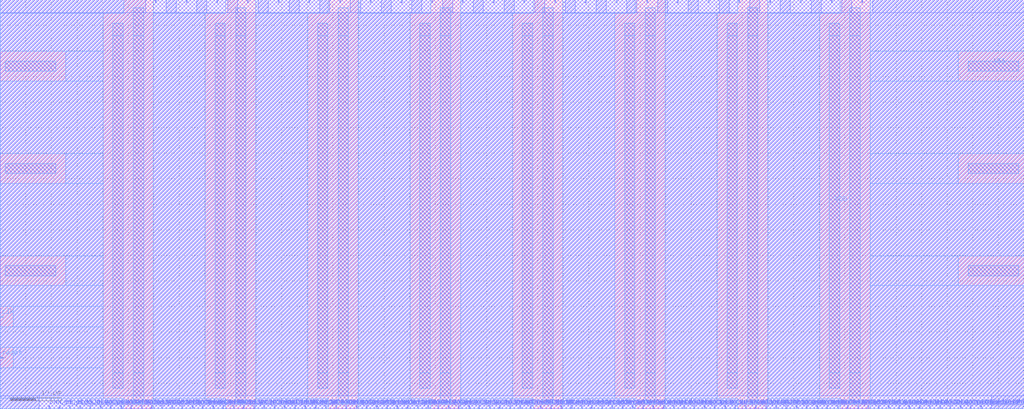
<source format=lef>
###############################################################
#  Generated by:      Cadence Innovus 21.14-s109_1
#  OS:                Linux x86_64(Host ID caen-vnc-mi15.engin.umich.edu)
#  Generated on:      Sun Mar 26 22:47:20 2023
#  Design:            decoder
#  Command:           write_lef_abstract /afs/umich.edu/class/eecs627/w23/students/yihengfu/HW/apr/data/decoder.lef -specifyTopLayer 4 -stripePin -PGpinLayers 4
###############################################################

VERSION 5.8 ;

BUSBITCHARS "[]" ;
DIVIDERCHAR "/" ;

MACRO decoder
  CLASS BLOCK ;
  SIZE 200.000000 BY 80.000000 ;
  FOREIGN decoder 0.000000 0.000000 ;
  ORIGIN 0 0 ;
  SYMMETRY X Y R90 ;
  PIN clk
    DIRECTION INPUT ;
    USE SIGNAL ;
    ANTENNAPARTIALMETALAREA 7.72 LAYER M4  ;
    ANTENNAPARTIALMETALSIDEAREA 0.0776 LAYER M4  ;
    ANTENNAMODEL OXIDE1 ;
    ANTENNAGATEAREA 0.2136 LAYER M4  ;
    ANTENNAMAXAREACAR 37.7463 LAYER M4  ;
    ANTENNAMAXSIDEAREACAR 0.384363 LAYER M4  ;
    ANTENNAMAXCUTCAR 0.93633 LAYER V4  ;
    PORT
      LAYER M4 ;
        RECT 0.000000 17.900000 0.600000 18.100000 ;
    END
  END clk
  PIN reset
    DIRECTION INPUT ;
    USE SIGNAL ;
    ANTENNAPARTIALMETALAREA 0.18 LAYER M4  ;
    ANTENNAPARTIALMETALSIDEAREA 0.0022 LAYER M4  ;
    ANTENNAMODEL OXIDE1 ;
    ANTENNAGATEAREA 0.0888 LAYER M4  ;
    ANTENNAMAXAREACAR 64.3829 LAYER M4  ;
    ANTENNAMAXSIDEAREACAR 0.66509 LAYER M4  ;
    ANTENNAMAXCUTCAR 2.25225 LAYER V4  ;
    PORT
      LAYER M4 ;
        RECT 0.000000 9.900000 0.600000 10.100000 ;
    END
  END reset
  PIN CNTR_pk_in_PE_state__2_
    DIRECTION INPUT ;
    USE SIGNAL ;
    ANTENNAPARTIALMETALAREA 0.88 LAYER M3  ;
    ANTENNAPARTIALMETALSIDEAREA 0.0088 LAYER M3  ;
    ANTENNAPARTIALCUTAREA 0.08 LAYER V3  ;
    ANTENNAPARTIALMETALAREA 5.48 LAYER M4  ;
    ANTENNAPARTIALMETALSIDEAREA 0.0552 LAYER M4  ;
    ANTENNAMODEL OXIDE1 ;
    ANTENNAGATEAREA 0.0888 LAYER M4  ;
    ANTENNAMAXAREACAR 95.6892 LAYER M4  ;
    ANTENNAMAXSIDEAREACAR 0.973649 LAYER M4  ;
    ANTENNAMAXCUTCAR 2.25225 LAYER V4  ;
    PORT
      LAYER M3 ;
        RECT 42.300000 79.400000 42.500000 80.000000 ;
    END
  END CNTR_pk_in_PE_state__2_
  PIN CNTR_pk_in_PE_state__1_
    DIRECTION INPUT ;
    USE SIGNAL ;
    ANTENNAPARTIALMETALAREA 0.32 LAYER M3  ;
    ANTENNAPARTIALMETALSIDEAREA 0.0032 LAYER M3  ;
    ANTENNAPARTIALCUTAREA 0.08 LAYER V3  ;
    ANTENNAPARTIALMETALAREA 1.48 LAYER M4  ;
    ANTENNAPARTIALMETALSIDEAREA 0.0152 LAYER M4  ;
    ANTENNAMODEL OXIDE1 ;
    ANTENNAGATEAREA 0.0888 LAYER M4  ;
    ANTENNAMAXAREACAR 68.2117 LAYER M4  ;
    ANTENNAMAXSIDEAREACAR 0.703378 LAYER M4  ;
    ANTENNAMAXCUTCAR 2.25225 LAYER V4  ;
    PORT
      LAYER M3 ;
        RECT 36.300000 79.400000 36.500000 80.000000 ;
    END
  END CNTR_pk_in_PE_state__1_
  PIN CNTR_pk_in_PE_state__0_
    DIRECTION INPUT ;
    USE SIGNAL ;
    ANTENNAPARTIALMETALAREA 0.32 LAYER M3  ;
    ANTENNAPARTIALMETALSIDEAREA 0.0032 LAYER M3  ;
    ANTENNAPARTIALCUTAREA 0.08 LAYER V3  ;
    ANTENNAPARTIALMETALAREA 3.88 LAYER M4  ;
    ANTENNAPARTIALMETALSIDEAREA 0.0392 LAYER M4  ;
    ANTENNAMODEL OXIDE1 ;
    ANTENNAGATEAREA 0.0888 LAYER M4  ;
    ANTENNAMAXAREACAR 63.7072 LAYER M4  ;
    ANTENNAMAXSIDEAREACAR 0.658333 LAYER M4  ;
    ANTENNAMAXCUTCAR 2.25225 LAYER V4  ;
    PORT
      LAYER M3 ;
        RECT 30.300000 79.400000 30.500000 80.000000 ;
    END
  END CNTR_pk_in_PE_state__0_
  PIN CNTR_pk_in_wrb_data__7_
    DIRECTION INPUT ;
    USE SIGNAL ;
    ANTENNAPARTIALMETALAREA 0.16 LAYER M3  ;
    ANTENNAPARTIALMETALSIDEAREA 0.0016 LAYER M3  ;
    ANTENNAPARTIALCUTAREA 0.08 LAYER V3  ;
    ANTENNAPARTIALMETALAREA 4.04 LAYER M4  ;
    ANTENNAPARTIALMETALSIDEAREA 0.0408 LAYER M4  ;
    ANTENNAMODEL OXIDE1 ;
    ANTENNAGATEAREA 0.0888 LAYER M4  ;
    ANTENNAMAXAREACAR 57.8514 LAYER M4  ;
    ANTENNAMAXSIDEAREACAR 0.59527 LAYER M4  ;
    ANTENNAMAXCUTCAR 2.25225 LAYER V4  ;
    PORT
      LAYER M3 ;
        RECT 168.300000 79.400000 168.500000 80.000000 ;
    END
  END CNTR_pk_in_wrb_data__7_
  PIN CNTR_pk_in_wrb_data__6_
    DIRECTION INPUT ;
    USE SIGNAL ;
    ANTENNAPARTIALMETALAREA 1.12 LAYER M3  ;
    ANTENNAPARTIALMETALSIDEAREA 0.0112 LAYER M3  ;
    ANTENNAPARTIALCUTAREA 0.08 LAYER V3  ;
    ANTENNAPARTIALMETALAREA 1.48 LAYER M4  ;
    ANTENNAPARTIALMETALSIDEAREA 0.0152 LAYER M4  ;
    ANTENNAMODEL OXIDE1 ;
    ANTENNAGATEAREA 0.0888 LAYER M4  ;
    ANTENNAMAXAREACAR 49.7432 LAYER M4  ;
    ANTENNAMAXSIDEAREACAR 0.514189 LAYER M4  ;
    ANTENNAMAXCUTCAR 2.25225 LAYER V4  ;
    PORT
      LAYER M3 ;
        RECT 162.300000 79.400000 162.500000 80.000000 ;
    END
  END CNTR_pk_in_wrb_data__6_
  PIN CNTR_pk_in_wrb_data__5_
    DIRECTION INPUT ;
    USE SIGNAL ;
    ANTENNAPARTIALMETALAREA 1.2 LAYER M3  ;
    ANTENNAPARTIALMETALSIDEAREA 0.012 LAYER M3  ;
    ANTENNAPARTIALCUTAREA 0.08 LAYER V3  ;
    ANTENNAPARTIALMETALAREA 3.96 LAYER M4  ;
    ANTENNAPARTIALMETALSIDEAREA 0.04 LAYER M4  ;
    ANTENNAMODEL OXIDE1 ;
    ANTENNAGATEAREA 0.0888 LAYER M4  ;
    ANTENNAMAXAREACAR 61.455 LAYER M4  ;
    ANTENNAMAXSIDEAREACAR 0.631306 LAYER M4  ;
    ANTENNAMAXCUTCAR 2.25225 LAYER V4  ;
    PORT
      LAYER M3 ;
        RECT 156.300000 79.400000 156.500000 80.000000 ;
    END
  END CNTR_pk_in_wrb_data__5_
  PIN CNTR_pk_in_wrb_data__4_
    DIRECTION INPUT ;
    USE SIGNAL ;
    ANTENNAPARTIALMETALAREA 0.4 LAYER M3  ;
    ANTENNAPARTIALMETALSIDEAREA 0.004 LAYER M3  ;
    ANTENNAPARTIALCUTAREA 0.08 LAYER V3  ;
    ANTENNAPARTIALMETALAREA 1.56 LAYER M4  ;
    ANTENNAPARTIALMETALSIDEAREA 0.016 LAYER M4  ;
    ANTENNAMODEL OXIDE1 ;
    ANTENNAGATEAREA 0.0888 LAYER M4  ;
    ANTENNAMAXAREACAR 33.527 LAYER M4  ;
    ANTENNAMAXSIDEAREACAR 0.352027 LAYER M4  ;
    ANTENNAMAXCUTCAR 2.25225 LAYER V4  ;
    PORT
      LAYER M3 ;
        RECT 150.300000 79.400000 150.500000 80.000000 ;
    END
  END CNTR_pk_in_wrb_data__4_
  PIN CNTR_pk_in_wrb_data__3_
    DIRECTION INPUT ;
    USE SIGNAL ;
    ANTENNAPARTIALMETALAREA 0.24 LAYER M3  ;
    ANTENNAPARTIALMETALSIDEAREA 0.0024 LAYER M3  ;
    ANTENNAPARTIALCUTAREA 0.08 LAYER V3  ;
    ANTENNAPARTIALMETALAREA 1.64 LAYER M4  ;
    ANTENNAPARTIALMETALSIDEAREA 0.0168 LAYER M4  ;
    ANTENNAMODEL OXIDE1 ;
    ANTENNAGATEAREA 0.0888 LAYER M4  ;
    ANTENNAMAXAREACAR 27.2207 LAYER M4  ;
    ANTENNAMAXSIDEAREACAR 0.288964 LAYER M4  ;
    ANTENNAMAXCUTCAR 2.25225 LAYER V4  ;
    PORT
      LAYER M3 ;
        RECT 144.300000 79.400000 144.500000 80.000000 ;
    END
  END CNTR_pk_in_wrb_data__3_
  PIN CNTR_pk_in_wrb_data__2_
    DIRECTION INPUT ;
    USE SIGNAL ;
    ANTENNAPARTIALMETALAREA 1.2 LAYER M3  ;
    ANTENNAPARTIALMETALSIDEAREA 0.012 LAYER M3  ;
    ANTENNAPARTIALCUTAREA 0.08 LAYER V3  ;
    ANTENNAPARTIALMETALAREA 1.48 LAYER M4  ;
    ANTENNAPARTIALMETALSIDEAREA 0.0152 LAYER M4  ;
    ANTENNAMODEL OXIDE1 ;
    ANTENNAGATEAREA 0.0888 LAYER M4  ;
    ANTENNAMAXAREACAR 37.5811 LAYER M4  ;
    ANTENNAMAXSIDEAREACAR 0.397072 LAYER M4  ;
    ANTENNAMAXCUTCAR 2.25225 LAYER V4  ;
    PORT
      LAYER M3 ;
        RECT 138.300000 79.400000 138.500000 80.000000 ;
    END
  END CNTR_pk_in_wrb_data__2_
  PIN CNTR_pk_in_wrb_data__1_
    DIRECTION INPUT ;
    USE SIGNAL ;
    ANTENNAPARTIALMETALAREA 0.32 LAYER M3  ;
    ANTENNAPARTIALMETALSIDEAREA 0.0032 LAYER M3  ;
    ANTENNAPARTIALCUTAREA 0.08 LAYER V3  ;
    ANTENNAPARTIALMETALAREA 6.92 LAYER M4  ;
    ANTENNAPARTIALMETALSIDEAREA 0.0696 LAYER M4  ;
    ANTENNAMODEL OXIDE1 ;
    ANTENNAGATEAREA 0.0888 LAYER M4  ;
    ANTENNAMAXAREACAR 87.5811 LAYER M4  ;
    ANTENNAMAXSIDEAREACAR 0.892568 LAYER M4  ;
    ANTENNAMAXCUTCAR 2.25225 LAYER V4  ;
    PORT
      LAYER M3 ;
        RECT 132.300000 79.400000 132.500000 80.000000 ;
    END
  END CNTR_pk_in_wrb_data__1_
  PIN CNTR_pk_in_wrb_data__0_
    DIRECTION INPUT ;
    USE SIGNAL ;
    ANTENNAPARTIALMETALAREA 1.12 LAYER M3  ;
    ANTENNAPARTIALMETALSIDEAREA 0.0112 LAYER M3  ;
    ANTENNAPARTIALCUTAREA 0.08 LAYER V3  ;
    ANTENNAPARTIALMETALAREA 1.48 LAYER M4  ;
    ANTENNAPARTIALMETALSIDEAREA 0.0152 LAYER M4  ;
    ANTENNAMODEL OXIDE1 ;
    ANTENNAGATEAREA 0.0888 LAYER M4  ;
    ANTENNAMAXAREACAR 31.2748 LAYER M4  ;
    ANTENNAMAXSIDEAREACAR 0.334009 LAYER M4  ;
    ANTENNAMAXCUTCAR 2.25225 LAYER V4  ;
    PORT
      LAYER M3 ;
        RECT 126.300000 79.400000 126.500000 80.000000 ;
    END
  END CNTR_pk_in_wrb_data__0_
  PIN CNTR_pk_in_wrb_addr__7_
    DIRECTION INPUT ;
    USE SIGNAL ;
    ANTENNAPARTIALMETALAREA 0.4 LAYER M3  ;
    ANTENNAPARTIALMETALSIDEAREA 0.004 LAYER M3  ;
    ANTENNAPARTIALCUTAREA 0.08 LAYER V3  ;
    ANTENNAPARTIALMETALAREA 1.64 LAYER M4  ;
    ANTENNAPARTIALMETALSIDEAREA 0.0168 LAYER M4  ;
    ANTENNAMODEL OXIDE1 ;
    ANTENNAGATEAREA 0.0888 LAYER M4  ;
    ANTENNAMAXAREACAR 43.4369 LAYER M4  ;
    ANTENNAMAXSIDEAREACAR 0.451126 LAYER M4  ;
    ANTENNAMAXCUTCAR 2.25225 LAYER V4  ;
    PORT
      LAYER M3 ;
        RECT 120.300000 79.400000 120.500000 80.000000 ;
    END
  END CNTR_pk_in_wrb_addr__7_
  PIN CNTR_pk_in_wrb_addr__6_
    DIRECTION INPUT ;
    USE SIGNAL ;
    ANTENNAPARTIALMETALAREA 0.96 LAYER M3  ;
    ANTENNAPARTIALMETALSIDEAREA 0.0096 LAYER M3  ;
    ANTENNAPARTIALCUTAREA 0.08 LAYER V3  ;
    ANTENNAPARTIALMETALAREA 2.28 LAYER M4  ;
    ANTENNAPARTIALMETALSIDEAREA 0.0232 LAYER M4  ;
    ANTENNAMODEL OXIDE1 ;
    ANTENNAGATEAREA 0.0888 LAYER M4  ;
    ANTENNAMAXAREACAR 38.482 LAYER M4  ;
    ANTENNAMAXSIDEAREACAR 0.406081 LAYER M4  ;
    ANTENNAMAXCUTCAR 2.25225 LAYER V4  ;
    PORT
      LAYER M3 ;
        RECT 114.300000 79.400000 114.500000 80.000000 ;
    END
  END CNTR_pk_in_wrb_addr__6_
  PIN CNTR_pk_in_wrb_addr__5_
    DIRECTION INPUT ;
    USE SIGNAL ;
    ANTENNAPARTIALMETALAREA 0.16 LAYER M3  ;
    ANTENNAPARTIALMETALSIDEAREA 0.0016 LAYER M3  ;
    ANTENNAPARTIALCUTAREA 0.08 LAYER V3  ;
    ANTENNAPARTIALMETALAREA 7.96 LAYER M4  ;
    ANTENNAPARTIALMETALSIDEAREA 0.08 LAYER M4  ;
    ANTENNAMODEL OXIDE1 ;
    ANTENNAGATEAREA 0.0888 LAYER M4  ;
    ANTENNAMAXAREACAR 101.095 LAYER M4  ;
    ANTENNAMAXSIDEAREACAR 1.0277 LAYER M4  ;
    ANTENNAMAXCUTCAR 2.25225 LAYER V4  ;
    PORT
      LAYER M3 ;
        RECT 108.300000 79.400000 108.500000 80.000000 ;
    END
  END CNTR_pk_in_wrb_addr__5_
  PIN CNTR_pk_in_wrb_addr__4_
    DIRECTION INPUT ;
    USE SIGNAL ;
    ANTENNAPARTIALMETALAREA 0.8 LAYER M3  ;
    ANTENNAPARTIALMETALSIDEAREA 0.008 LAYER M3  ;
    ANTENNAPARTIALCUTAREA 0.08 LAYER V3  ;
    ANTENNAPARTIALMETALAREA 1.32 LAYER M4  ;
    ANTENNAPARTIALMETALSIDEAREA 0.0136 LAYER M4  ;
    ANTENNAMODEL OXIDE1 ;
    ANTENNAGATEAREA 0.0888 LAYER M4  ;
    ANTENNAMAXAREACAR 25.8694 LAYER M4  ;
    ANTENNAMAXSIDEAREACAR 0.279955 LAYER M4  ;
    ANTENNAMAXCUTCAR 2.25225 LAYER V4  ;
    PORT
      LAYER M3 ;
        RECT 102.300000 79.400000 102.500000 80.000000 ;
    END
  END CNTR_pk_in_wrb_addr__4_
  PIN CNTR_pk_in_wrb_addr__3_
    DIRECTION INPUT ;
    USE SIGNAL ;
    ANTENNAPARTIALMETALAREA 1.12 LAYER M3  ;
    ANTENNAPARTIALMETALSIDEAREA 0.0112 LAYER M3  ;
    ANTENNAPARTIALCUTAREA 0.08 LAYER V3  ;
    ANTENNAPARTIALMETALAREA 1.48 LAYER M4  ;
    ANTENNAPARTIALMETALSIDEAREA 0.0152 LAYER M4  ;
    ANTENNAMODEL OXIDE1 ;
    ANTENNAGATEAREA 0.0888 LAYER M4  ;
    ANTENNAMAXAREACAR 26.7703 LAYER M4  ;
    ANTENNAMAXSIDEAREACAR 0.288964 LAYER M4  ;
    ANTENNAMAXCUTCAR 2.25225 LAYER V4  ;
    PORT
      LAYER M3 ;
        RECT 96.300000 79.400000 96.500000 80.000000 ;
    END
  END CNTR_pk_in_wrb_addr__3_
  PIN CNTR_pk_in_wrb_addr__2_
    DIRECTION INPUT ;
    USE SIGNAL ;
    ANTENNAPARTIALMETALAREA 1.2 LAYER M3  ;
    ANTENNAPARTIALMETALSIDEAREA 0.012 LAYER M3  ;
    ANTENNAPARTIALCUTAREA 0.08 LAYER V3  ;
    ANTENNAPARTIALMETALAREA 4.68 LAYER M4  ;
    ANTENNAPARTIALMETALSIDEAREA 0.0472 LAYER M4  ;
    ANTENNAMODEL OXIDE1 ;
    ANTENNAGATEAREA 0.0888 LAYER M4  ;
    ANTENNAMAXAREACAR 65.509 LAYER M4  ;
    ANTENNAMAXSIDEAREACAR 0.676351 LAYER M4  ;
    ANTENNAMAXCUTCAR 2.25225 LAYER V4  ;
    PORT
      LAYER M3 ;
        RECT 90.300000 79.400000 90.500000 80.000000 ;
    END
  END CNTR_pk_in_wrb_addr__2_
  PIN CNTR_pk_in_wrb_addr__1_
    DIRECTION INPUT ;
    USE SIGNAL ;
    ANTENNAPARTIALMETALAREA 0.64 LAYER M3  ;
    ANTENNAPARTIALMETALSIDEAREA 0.0064 LAYER M3  ;
    ANTENNAPARTIALCUTAREA 0.08 LAYER V3  ;
    ANTENNAPARTIALMETALAREA 2.04 LAYER M4  ;
    ANTENNAPARTIALMETALSIDEAREA 0.0208 LAYER M4  ;
    ANTENNAMODEL OXIDE1 ;
    ANTENNAGATEAREA 0.0888 LAYER M4  ;
    ANTENNAMAXAREACAR 33.9775 LAYER M4  ;
    ANTENNAMAXSIDEAREACAR 0.361036 LAYER M4  ;
    ANTENNAMAXCUTCAR 2.25225 LAYER V4  ;
    PORT
      LAYER M3 ;
        RECT 84.300000 79.400000 84.500000 80.000000 ;
    END
  END CNTR_pk_in_wrb_addr__1_
  PIN CNTR_pk_in_wrb_addr__0_
    DIRECTION INPUT ;
    USE SIGNAL ;
    ANTENNAPARTIALMETALAREA 0.16 LAYER M3  ;
    ANTENNAPARTIALMETALSIDEAREA 0.0016 LAYER M3  ;
    ANTENNAPARTIALCUTAREA 0.08 LAYER V3  ;
    ANTENNAPARTIALMETALAREA 1.56 LAYER M4  ;
    ANTENNAPARTIALMETALSIDEAREA 0.016 LAYER M4  ;
    ANTENNAMODEL OXIDE1 ;
    ANTENNAGATEAREA 0.0888 LAYER M4  ;
    ANTENNAMAXAREACAR 38.482 LAYER M4  ;
    ANTENNAMAXSIDEAREACAR 0.406081 LAYER M4  ;
    ANTENNAMAXCUTCAR 2.25225 LAYER V4  ;
    PORT
      LAYER M3 ;
        RECT 78.300000 79.400000 78.500000 80.000000 ;
    END
  END CNTR_pk_in_wrb_addr__0_
  PIN CNTR_pk_in_wrb_
    DIRECTION INPUT ;
    USE SIGNAL ;
    ANTENNAPARTIALMETALAREA 1.2 LAYER M3  ;
    ANTENNAPARTIALMETALSIDEAREA 0.012 LAYER M3  ;
    ANTENNAPARTIALCUTAREA 0.08 LAYER V3  ;
    ANTENNAPARTIALMETALAREA 1.64 LAYER M4  ;
    ANTENNAPARTIALMETALSIDEAREA 0.0168 LAYER M4  ;
    ANTENNAMODEL OXIDE1 ;
    ANTENNAGATEAREA 0.0888 LAYER M4  ;
    ANTENNAMAXAREACAR 27.6712 LAYER M4  ;
    ANTENNAMAXSIDEAREACAR 0.297973 LAYER M4  ;
    ANTENNAMAXCUTCAR 2.25225 LAYER V4  ;
    PORT
      LAYER M3 ;
        RECT 72.300000 79.400000 72.500000 80.000000 ;
    END
  END CNTR_pk_in_wrb_
  PIN CNTR_pk_in_rdb_addr__3_
    DIRECTION INPUT ;
    USE SIGNAL ;
    ANTENNAPARTIALMETALAREA 0.48 LAYER M3  ;
    ANTENNAPARTIALMETALSIDEAREA 0.0048 LAYER M3  ;
    ANTENNAPARTIALCUTAREA 0.08 LAYER V3  ;
    ANTENNAPARTIALMETALAREA 6.28 LAYER M4  ;
    ANTENNAPARTIALMETALSIDEAREA 0.0632 LAYER M4  ;
    ANTENNAMODEL OXIDE1 ;
    ANTENNAGATEAREA 0.0888 LAYER M4  ;
    ANTENNAMAXAREACAR 80.3739 LAYER M4  ;
    ANTENNAMAXSIDEAREACAR 0.820495 LAYER M4  ;
    ANTENNAMAXCUTCAR 2.25225 LAYER V4  ;
    PORT
      LAYER M3 ;
        RECT 66.300000 79.400000 66.500000 80.000000 ;
    END
  END CNTR_pk_in_rdb_addr__3_
  PIN CNTR_pk_in_rdb_addr__2_
    DIRECTION INPUT ;
    USE SIGNAL ;
    ANTENNAPARTIALMETALAREA 0.72 LAYER M3  ;
    ANTENNAPARTIALMETALSIDEAREA 0.0072 LAYER M3  ;
    ANTENNAPARTIALCUTAREA 0.08 LAYER V3  ;
    ANTENNAPARTIALMETALAREA 1.48 LAYER M4  ;
    ANTENNAPARTIALMETALSIDEAREA 0.0152 LAYER M4  ;
    ANTENNAMODEL OXIDE1 ;
    ANTENNAGATEAREA 0.0888 LAYER M4  ;
    ANTENNAMAXAREACAR 26.7703 LAYER M4  ;
    ANTENNAMAXSIDEAREACAR 0.288964 LAYER M4  ;
    ANTENNAMAXCUTCAR 2.25225 LAYER V4  ;
    PORT
      LAYER M3 ;
        RECT 60.300000 79.400000 60.500000 80.000000 ;
    END
  END CNTR_pk_in_rdb_addr__2_
  PIN CNTR_pk_in_rdb_addr__1_
    DIRECTION INPUT ;
    USE SIGNAL ;
    ANTENNAPARTIALMETALAREA 1.12 LAYER M3  ;
    ANTENNAPARTIALMETALSIDEAREA 0.0112 LAYER M3  ;
    ANTENNAPARTIALCUTAREA 0.08 LAYER V3  ;
    ANTENNAPARTIALMETALAREA 5.4 LAYER M4  ;
    ANTENNAPARTIALMETALSIDEAREA 0.0544 LAYER M4  ;
    ANTENNAMODEL OXIDE1 ;
    ANTENNAGATEAREA 0.0888 LAYER M4  ;
    ANTENNAMAXAREACAR 82.1757 LAYER M4  ;
    ANTENNAMAXSIDEAREACAR 0.838513 LAYER M4  ;
    ANTENNAMAXCUTCAR 2.25225 LAYER V4  ;
    PORT
      LAYER M3 ;
        RECT 54.300000 79.400000 54.500000 80.000000 ;
    END
  END CNTR_pk_in_rdb_addr__1_
  PIN CNTR_pk_in_rdb_addr__0_
    DIRECTION INPUT ;
    USE SIGNAL ;
    ANTENNAPARTIALMETALAREA 0.14 LAYER M3  ;
    ANTENNAPARTIALMETALSIDEAREA 0.0014 LAYER M3  ;
    ANTENNAPARTIALCUTAREA 0.08 LAYER V3  ;
    ANTENNAPARTIALMETALAREA 1.4 LAYER M4  ;
    ANTENNAPARTIALMETALSIDEAREA 0.0144 LAYER M4  ;
    ANTENNAMODEL OXIDE1 ;
    ANTENNAGATEAREA 0.0888 LAYER M4  ;
    ANTENNAMAXAREACAR 44.3378 LAYER M4  ;
    ANTENNAMAXSIDEAREACAR 0.460135 LAYER M4  ;
    ANTENNAMAXCUTCAR 2.25225 LAYER V4  ;
    PORT
      LAYER M3 ;
        RECT 48.300000 79.400000 48.500000 80.000000 ;
    END
  END CNTR_pk_in_rdb_addr__0_
  PIN CNN_pk_out_3__PE_state__2_
    DIRECTION OUTPUT ;
    USE SIGNAL ;
    ANTENNAPARTIALMETALAREA 0.16 LAYER M3  ;
    ANTENNAPARTIALMETALSIDEAREA 0.0016 LAYER M3  ;
    ANTENNAPARTIALCUTAREA 0.08 LAYER V3  ;
    ANTENNADIFFAREA 3.52 LAYER M4  ;
    ANTENNAPARTIALMETALAREA 30.28 LAYER M4  ;
    ANTENNAPARTIALMETALSIDEAREA 0.3048 LAYER M4  ;
    PORT
      LAYER M3 ;
        RECT 49.500000 0.000000 49.700000 0.600000 ;
    END
  END CNN_pk_out_3__PE_state__2_
  PIN CNN_pk_out_3__PE_state__1_
    DIRECTION OUTPUT ;
    USE SIGNAL ;
    ANTENNAPARTIALMETALAREA 0.16 LAYER M3  ;
    ANTENNAPARTIALMETALSIDEAREA 0.0016 LAYER M3  ;
    ANTENNAPARTIALCUTAREA 0.08 LAYER V3  ;
    ANTENNADIFFAREA 3.52 LAYER M4  ;
    ANTENNAPARTIALMETALAREA 8.88 LAYER M4  ;
    ANTENNAPARTIALMETALSIDEAREA 0.0904 LAYER M4  ;
    PORT
      LAYER M3 ;
        RECT 51.500000 0.000000 51.700000 0.600000 ;
    END
  END CNN_pk_out_3__PE_state__1_
  PIN CNN_pk_out_3__PE_state__0_
    DIRECTION OUTPUT ;
    USE SIGNAL ;
    ANTENNAPARTIALMETALAREA 0.16 LAYER M3  ;
    ANTENNAPARTIALMETALSIDEAREA 0.0016 LAYER M3  ;
    ANTENNAPARTIALCUTAREA 0.08 LAYER V3  ;
    ANTENNADIFFAREA 3.52 LAYER M4  ;
    ANTENNAPARTIALMETALAREA 7.96 LAYER M4  ;
    ANTENNAPARTIALMETALSIDEAREA 0.0816 LAYER M4  ;
    PORT
      LAYER M3 ;
        RECT 53.500000 0.000000 53.700000 0.600000 ;
    END
  END CNN_pk_out_3__PE_state__0_
  PIN CNN_pk_out_3__wrb_data__7_
    DIRECTION OUTPUT ;
    USE SIGNAL ;
    ANTENNAPARTIALMETALAREA 0.16 LAYER M3  ;
    ANTENNAPARTIALMETALSIDEAREA 0.0016 LAYER M3  ;
    ANTENNAPARTIALCUTAREA 0.08 LAYER V3  ;
    ANTENNADIFFAREA 3.52 LAYER M4  ;
    ANTENNAPARTIALMETALAREA 8.24 LAYER M4  ;
    ANTENNAPARTIALMETALSIDEAREA 0.084 LAYER M4  ;
    PORT
      LAYER M3 ;
        RECT 9.500000 0.000000 9.700000 0.600000 ;
    END
  END CNN_pk_out_3__wrb_data__7_
  PIN CNN_pk_out_3__wrb_data__6_
    DIRECTION OUTPUT ;
    USE SIGNAL ;
    ANTENNAPARTIALMETALAREA 0.32 LAYER M3  ;
    ANTENNAPARTIALMETALSIDEAREA 0.0032 LAYER M3  ;
    ANTENNAPARTIALCUTAREA 0.08 LAYER V3  ;
    ANTENNADIFFAREA 3.52 LAYER M4  ;
    ANTENNAPARTIALMETALAREA 9.12 LAYER M4  ;
    ANTENNAPARTIALMETALSIDEAREA 0.0928 LAYER M4  ;
    PORT
      LAYER M3 ;
        RECT 11.500000 0.000000 11.700000 0.600000 ;
    END
  END CNN_pk_out_3__wrb_data__6_
  PIN CNN_pk_out_3__wrb_data__5_
    DIRECTION OUTPUT ;
    USE SIGNAL ;
    ANTENNAPARTIALMETALAREA 0.4 LAYER M3  ;
    ANTENNAPARTIALMETALSIDEAREA 0.004 LAYER M3  ;
    ANTENNAPARTIALCUTAREA 0.08 LAYER V3  ;
    ANTENNADIFFAREA 3.52 LAYER M4  ;
    ANTENNAPARTIALMETALAREA 26.16 LAYER M4  ;
    ANTENNAPARTIALMETALSIDEAREA 0.2632 LAYER M4  ;
    PORT
      LAYER M3 ;
        RECT 13.500000 0.000000 13.700000 0.600000 ;
    END
  END CNN_pk_out_3__wrb_data__5_
  PIN CNN_pk_out_3__wrb_data__4_
    DIRECTION OUTPUT ;
    USE SIGNAL ;
    ANTENNAPARTIALMETALAREA 0.4 LAYER M3  ;
    ANTENNAPARTIALMETALSIDEAREA 0.004 LAYER M3  ;
    ANTENNAPARTIALCUTAREA 0.08 LAYER V3  ;
    ANTENNADIFFAREA 3.52 LAYER M4  ;
    ANTENNAPARTIALMETALAREA 4.16 LAYER M4  ;
    ANTENNAPARTIALMETALSIDEAREA 0.0432 LAYER M4  ;
    PORT
      LAYER M3 ;
        RECT 15.500000 0.000000 15.700000 0.600000 ;
    END
  END CNN_pk_out_3__wrb_data__4_
  PIN CNN_pk_out_3__wrb_data__3_
    DIRECTION OUTPUT ;
    USE SIGNAL ;
    ANTENNAPARTIALMETALAREA 0.08 LAYER M3  ;
    ANTENNAPARTIALMETALSIDEAREA 0.0008 LAYER M3  ;
    ANTENNAPARTIALCUTAREA 0.04 LAYER V3  ;
    ANTENNADIFFAREA 3.52 LAYER M4  ;
    ANTENNAPARTIALMETALAREA 23.12 LAYER M4  ;
    ANTENNAPARTIALMETALSIDEAREA 0.2328 LAYER M4  ;
    PORT
      LAYER M3 ;
        RECT 17.500000 0.000000 17.700000 0.600000 ;
    END
  END CNN_pk_out_3__wrb_data__3_
  PIN CNN_pk_out_3__wrb_data__2_
    DIRECTION OUTPUT ;
    USE SIGNAL ;
    ANTENNAPARTIALMETALAREA 0.16 LAYER M3  ;
    ANTENNAPARTIALMETALSIDEAREA 0.0016 LAYER M3  ;
    ANTENNAPARTIALCUTAREA 0.08 LAYER V3  ;
    ANTENNADIFFAREA 3.52 LAYER M4  ;
    ANTENNAPARTIALMETALAREA 15.2 LAYER M4  ;
    ANTENNAPARTIALMETALSIDEAREA 0.1536 LAYER M4  ;
    PORT
      LAYER M3 ;
        RECT 19.500000 0.000000 19.700000 0.600000 ;
    END
  END CNN_pk_out_3__wrb_data__2_
  PIN CNN_pk_out_3__wrb_data__1_
    DIRECTION OUTPUT ;
    USE SIGNAL ;
    ANTENNAPARTIALMETALAREA 0.16 LAYER M3  ;
    ANTENNAPARTIALMETALSIDEAREA 0.0016 LAYER M3  ;
    ANTENNAPARTIALCUTAREA 0.08 LAYER V3  ;
    ANTENNADIFFAREA 3.52 LAYER M4  ;
    ANTENNAPARTIALMETALAREA 23.6 LAYER M4  ;
    ANTENNAPARTIALMETALSIDEAREA 0.2376 LAYER M4  ;
    PORT
      LAYER M3 ;
        RECT 21.500000 0.000000 21.700000 0.600000 ;
    END
  END CNN_pk_out_3__wrb_data__1_
  PIN CNN_pk_out_3__wrb_data__0_
    DIRECTION OUTPUT ;
    USE SIGNAL ;
    ANTENNAPARTIALMETALAREA 0.4 LAYER M3  ;
    ANTENNAPARTIALMETALSIDEAREA 0.004 LAYER M3  ;
    ANTENNAPARTIALCUTAREA 0.08 LAYER V3  ;
    ANTENNADIFFAREA 3.52 LAYER M4  ;
    ANTENNAPARTIALMETALAREA 20.84 LAYER M4  ;
    ANTENNAPARTIALMETALSIDEAREA 0.2112 LAYER M4  ;
    PORT
      LAYER M3 ;
        RECT 23.500000 0.000000 23.700000 0.600000 ;
    END
  END CNN_pk_out_3__wrb_data__0_
  PIN CNN_pk_out_3__wrb_addr__3_
    DIRECTION OUTPUT ;
    USE SIGNAL ;
    ANTENNAPARTIALMETALAREA 0.46 LAYER M3  ;
    ANTENNAPARTIALMETALSIDEAREA 0.0046 LAYER M3  ;
    ANTENNAPARTIALCUTAREA 0.08 LAYER V3  ;
    ANTENNADIFFAREA 3.52 LAYER M4  ;
    ANTENNAPARTIALMETALAREA 22.16 LAYER M4  ;
    ANTENNAPARTIALMETALSIDEAREA 0.2232 LAYER M4  ;
    PORT
      LAYER M3 ;
        RECT 25.500000 0.000000 25.700000 0.600000 ;
    END
  END CNN_pk_out_3__wrb_addr__3_
  PIN CNN_pk_out_3__wrb_addr__2_
    DIRECTION OUTPUT ;
    USE SIGNAL ;
    ANTENNAPARTIALMETALAREA 0.24 LAYER M3  ;
    ANTENNAPARTIALMETALSIDEAREA 0.0024 LAYER M3  ;
    ANTENNAPARTIALCUTAREA 0.08 LAYER V3  ;
    ANTENNADIFFAREA 3.52 LAYER M4  ;
    ANTENNAPARTIALMETALAREA 27.92 LAYER M4  ;
    ANTENNAPARTIALMETALSIDEAREA 0.2808 LAYER M4  ;
    PORT
      LAYER M3 ;
        RECT 27.500000 0.000000 27.700000 0.600000 ;
    END
  END CNN_pk_out_3__wrb_addr__2_
  PIN CNN_pk_out_3__wrb_addr__1_
    DIRECTION OUTPUT ;
    USE SIGNAL ;
    ANTENNAPARTIALMETALAREA 0.16 LAYER M3  ;
    ANTENNAPARTIALMETALSIDEAREA 0.0016 LAYER M3  ;
    ANTENNAPARTIALCUTAREA 0.08 LAYER V3  ;
    ANTENNADIFFAREA 3.52 LAYER M4  ;
    ANTENNAPARTIALMETALAREA 24.8 LAYER M4  ;
    ANTENNAPARTIALMETALSIDEAREA 0.2496 LAYER M4  ;
    PORT
      LAYER M3 ;
        RECT 29.500000 0.000000 29.700000 0.600000 ;
    END
  END CNN_pk_out_3__wrb_addr__1_
  PIN CNN_pk_out_3__wrb_addr__0_
    DIRECTION OUTPUT ;
    USE SIGNAL ;
    ANTENNAPARTIALMETALAREA 0.16 LAYER M3  ;
    ANTENNAPARTIALMETALSIDEAREA 0.0016 LAYER M3  ;
    ANTENNAPARTIALCUTAREA 0.08 LAYER V3  ;
    ANTENNADIFFAREA 3.52 LAYER M4  ;
    ANTENNAPARTIALMETALAREA 11.96 LAYER M4  ;
    ANTENNAPARTIALMETALSIDEAREA 0.1216 LAYER M4  ;
    PORT
      LAYER M3 ;
        RECT 31.500000 0.000000 31.700000 0.600000 ;
    END
  END CNN_pk_out_3__wrb_addr__0_
  PIN CNN_pk_out_3__wrb__3_
    DIRECTION OUTPUT ;
    USE SIGNAL ;
    ANTENNAPARTIALMETALAREA 0.16 LAYER M3  ;
    ANTENNAPARTIALMETALSIDEAREA 0.0016 LAYER M3  ;
    ANTENNAPARTIALCUTAREA 0.08 LAYER V3  ;
    ANTENNADIFFAREA 2.172 LAYER M4  ;
    ANTENNAPARTIALMETALAREA 2.76 LAYER M4  ;
    ANTENNAPARTIALMETALSIDEAREA 0.028 LAYER M4  ;
    PORT
      LAYER M3 ;
        RECT 33.500000 0.000000 33.700000 0.600000 ;
    END
  END CNN_pk_out_3__wrb__3_
  PIN CNN_pk_out_3__wrb__2_
    DIRECTION OUTPUT ;
    USE SIGNAL ;
    ANTENNAPARTIALMETALAREA 0.32 LAYER M3  ;
    ANTENNAPARTIALMETALSIDEAREA 0.0032 LAYER M3  ;
    ANTENNAPARTIALCUTAREA 0.08 LAYER V3  ;
    ANTENNADIFFAREA 2.172 LAYER M4  ;
    ANTENNAPARTIALMETALAREA 1.96 LAYER M4  ;
    ANTENNAPARTIALMETALSIDEAREA 0.02 LAYER M4  ;
    PORT
      LAYER M3 ;
        RECT 35.500000 0.000000 35.700000 0.600000 ;
    END
  END CNN_pk_out_3__wrb__2_
  PIN CNN_pk_out_3__wrb__1_
    DIRECTION OUTPUT ;
    USE SIGNAL ;
    ANTENNAPARTIALMETALAREA 0.4 LAYER M3  ;
    ANTENNAPARTIALMETALSIDEAREA 0.004 LAYER M3  ;
    ANTENNAPARTIALCUTAREA 0.08 LAYER V3  ;
    ANTENNADIFFAREA 3.196 LAYER M4  ;
    ANTENNAPARTIALMETALAREA 3.88 LAYER M4  ;
    ANTENNAPARTIALMETALSIDEAREA 0.0392 LAYER M4  ;
    PORT
      LAYER M3 ;
        RECT 37.500000 0.000000 37.700000 0.600000 ;
    END
  END CNN_pk_out_3__wrb__1_
  PIN CNN_pk_out_3__wrb__0_
    DIRECTION OUTPUT ;
    USE SIGNAL ;
    ANTENNAPARTIALMETALAREA 0.24 LAYER M3  ;
    ANTENNAPARTIALMETALSIDEAREA 0.0024 LAYER M3  ;
    ANTENNAPARTIALCUTAREA 0.08 LAYER V3  ;
    ANTENNADIFFAREA 3.196 LAYER M4  ;
    ANTENNAPARTIALMETALAREA 3.16 LAYER M4  ;
    ANTENNAPARTIALMETALSIDEAREA 0.032 LAYER M4  ;
    PORT
      LAYER M3 ;
        RECT 39.500000 0.000000 39.700000 0.600000 ;
    END
  END CNN_pk_out_3__wrb__0_
  PIN CNN_pk_out_3__rdb_addr__3_
    DIRECTION OUTPUT ;
    USE SIGNAL ;
    ANTENNAPARTIALMETALAREA 0.4 LAYER M3  ;
    ANTENNAPARTIALMETALSIDEAREA 0.004 LAYER M3  ;
    ANTENNAPARTIALCUTAREA 0.08 LAYER V3  ;
    ANTENNADIFFAREA 3.52 LAYER M4  ;
    ANTENNAPARTIALMETALAREA 16 LAYER M4  ;
    ANTENNAPARTIALMETALSIDEAREA 0.1624 LAYER M4  ;
    PORT
      LAYER M3 ;
        RECT 41.500000 0.000000 41.700000 0.600000 ;
    END
  END CNN_pk_out_3__rdb_addr__3_
  PIN CNN_pk_out_3__rdb_addr__2_
    DIRECTION OUTPUT ;
    USE SIGNAL ;
    ANTENNAPARTIALMETALAREA 0.24 LAYER M3  ;
    ANTENNAPARTIALMETALSIDEAREA 0.0024 LAYER M3  ;
    ANTENNAPARTIALCUTAREA 0.08 LAYER V3  ;
    ANTENNADIFFAREA 3.52 LAYER M4  ;
    ANTENNAPARTIALMETALAREA 10 LAYER M4  ;
    ANTENNAPARTIALMETALSIDEAREA 0.1016 LAYER M4  ;
    PORT
      LAYER M3 ;
        RECT 43.500000 0.000000 43.700000 0.600000 ;
    END
  END CNN_pk_out_3__rdb_addr__2_
  PIN CNN_pk_out_3__rdb_addr__1_
    DIRECTION OUTPUT ;
    USE SIGNAL ;
    ANTENNAPARTIALMETALAREA 0.14 LAYER M3  ;
    ANTENNAPARTIALMETALSIDEAREA 0.0014 LAYER M3  ;
    ANTENNAPARTIALCUTAREA 0.08 LAYER V3  ;
    ANTENNADIFFAREA 3.52 LAYER M4  ;
    ANTENNAPARTIALMETALAREA 6.08 LAYER M4  ;
    ANTENNAPARTIALMETALSIDEAREA 0.0624 LAYER M4  ;
    PORT
      LAYER M3 ;
        RECT 45.500000 0.000000 45.700000 0.600000 ;
    END
  END CNN_pk_out_3__rdb_addr__1_
  PIN CNN_pk_out_3__rdb_addr__0_
    DIRECTION OUTPUT ;
    USE SIGNAL ;
    ANTENNAPARTIALMETALAREA 0.4 LAYER M3  ;
    ANTENNAPARTIALMETALSIDEAREA 0.004 LAYER M3  ;
    ANTENNAPARTIALCUTAREA 0.08 LAYER V3  ;
    ANTENNADIFFAREA 3.52 LAYER M4  ;
    ANTENNAPARTIALMETALAREA 16.8 LAYER M4  ;
    ANTENNAPARTIALMETALSIDEAREA 0.1696 LAYER M4  ;
    PORT
      LAYER M3 ;
        RECT 47.500000 0.000000 47.700000 0.600000 ;
    END
  END CNN_pk_out_3__rdb_addr__0_
  PIN CNN_pk_out_2__PE_state__2_
    DIRECTION OUTPUT ;
    USE SIGNAL ;
    ANTENNAPARTIALMETALAREA 0.14 LAYER M3  ;
    ANTENNAPARTIALMETALSIDEAREA 0.0014 LAYER M3  ;
    ANTENNAPARTIALCUTAREA 0.08 LAYER V3  ;
    ANTENNADIFFAREA 3.52 LAYER M4  ;
    ANTENNAPARTIALMETALAREA 30.28 LAYER M4  ;
    ANTENNAPARTIALMETALSIDEAREA 0.3048 LAYER M4  ;
    PORT
      LAYER M3 ;
        RECT 95.500000 0.000000 95.700000 0.600000 ;
    END
  END CNN_pk_out_2__PE_state__2_
  PIN CNN_pk_out_2__PE_state__1_
    DIRECTION OUTPUT ;
    USE SIGNAL ;
    ANTENNAPARTIALMETALAREA 0.32 LAYER M3  ;
    ANTENNAPARTIALMETALSIDEAREA 0.0032 LAYER M3  ;
    ANTENNAPARTIALCUTAREA 0.08 LAYER V3  ;
    ANTENNADIFFAREA 3.52 LAYER M4  ;
    ANTENNAPARTIALMETALAREA 8.88 LAYER M4  ;
    ANTENNAPARTIALMETALSIDEAREA 0.0904 LAYER M4  ;
    PORT
      LAYER M3 ;
        RECT 97.500000 0.000000 97.700000 0.600000 ;
    END
  END CNN_pk_out_2__PE_state__1_
  PIN CNN_pk_out_2__PE_state__0_
    DIRECTION OUTPUT ;
    USE SIGNAL ;
    ANTENNAPARTIALMETALAREA 0.16 LAYER M3  ;
    ANTENNAPARTIALMETALSIDEAREA 0.0016 LAYER M3  ;
    ANTENNAPARTIALCUTAREA 0.08 LAYER V3  ;
    ANTENNADIFFAREA 3.52 LAYER M4  ;
    ANTENNAPARTIALMETALAREA 7.96 LAYER M4  ;
    ANTENNAPARTIALMETALSIDEAREA 0.0816 LAYER M4  ;
    PORT
      LAYER M3 ;
        RECT 99.500000 0.000000 99.700000 0.600000 ;
    END
  END CNN_pk_out_2__PE_state__0_
  PIN CNN_pk_out_2__wrb_data__7_
    DIRECTION OUTPUT ;
    USE SIGNAL ;
    ANTENNAPARTIALMETALAREA 0.08 LAYER M3  ;
    ANTENNAPARTIALMETALSIDEAREA 0.0008 LAYER M3  ;
    ANTENNAPARTIALCUTAREA 0.04 LAYER V3  ;
    ANTENNADIFFAREA 3.52 LAYER M4  ;
    ANTENNAPARTIALMETALAREA 8.24 LAYER M4  ;
    ANTENNAPARTIALMETALSIDEAREA 0.084 LAYER M4  ;
    PORT
      LAYER M3 ;
        RECT 55.500000 0.000000 55.700000 0.600000 ;
    END
  END CNN_pk_out_2__wrb_data__7_
  PIN CNN_pk_out_2__wrb_data__6_
    DIRECTION OUTPUT ;
    USE SIGNAL ;
    ANTENNAPARTIALMETALAREA 0.16 LAYER M3  ;
    ANTENNAPARTIALMETALSIDEAREA 0.0016 LAYER M3  ;
    ANTENNAPARTIALCUTAREA 0.08 LAYER V3  ;
    ANTENNADIFFAREA 3.52 LAYER M4  ;
    ANTENNAPARTIALMETALAREA 9.12 LAYER M4  ;
    ANTENNAPARTIALMETALSIDEAREA 0.0928 LAYER M4  ;
    PORT
      LAYER M3 ;
        RECT 57.500000 0.000000 57.700000 0.600000 ;
    END
  END CNN_pk_out_2__wrb_data__6_
  PIN CNN_pk_out_2__wrb_data__5_
    DIRECTION OUTPUT ;
    USE SIGNAL ;
    ANTENNAPARTIALMETALAREA 0.06 LAYER M3  ;
    ANTENNAPARTIALMETALSIDEAREA 0.0006 LAYER M3  ;
    ANTENNAPARTIALCUTAREA 0.04 LAYER V3  ;
    ANTENNADIFFAREA 3.52 LAYER M4  ;
    ANTENNAPARTIALMETALAREA 26.16 LAYER M4  ;
    ANTENNAPARTIALMETALSIDEAREA 0.2632 LAYER M4  ;
    PORT
      LAYER M3 ;
        RECT 59.500000 0.000000 59.700000 0.600000 ;
    END
  END CNN_pk_out_2__wrb_data__5_
  PIN CNN_pk_out_2__wrb_data__4_
    DIRECTION OUTPUT ;
    USE SIGNAL ;
    ANTENNAPARTIALMETALAREA 0.16 LAYER M3  ;
    ANTENNAPARTIALMETALSIDEAREA 0.0016 LAYER M3  ;
    ANTENNAPARTIALCUTAREA 0.08 LAYER V3  ;
    ANTENNADIFFAREA 3.52 LAYER M4  ;
    ANTENNAPARTIALMETALAREA 4.16 LAYER M4  ;
    ANTENNAPARTIALMETALSIDEAREA 0.0432 LAYER M4  ;
    PORT
      LAYER M3 ;
        RECT 61.500000 0.000000 61.700000 0.600000 ;
    END
  END CNN_pk_out_2__wrb_data__4_
  PIN CNN_pk_out_2__wrb_data__3_
    DIRECTION OUTPUT ;
    USE SIGNAL ;
    ANTENNAPARTIALMETALAREA 0.4 LAYER M3  ;
    ANTENNAPARTIALMETALSIDEAREA 0.004 LAYER M3  ;
    ANTENNAPARTIALCUTAREA 0.08 LAYER V3  ;
    ANTENNADIFFAREA 3.52 LAYER M4  ;
    ANTENNAPARTIALMETALAREA 23.12 LAYER M4  ;
    ANTENNAPARTIALMETALSIDEAREA 0.2328 LAYER M4  ;
    PORT
      LAYER M3 ;
        RECT 63.500000 0.000000 63.700000 0.600000 ;
    END
  END CNN_pk_out_2__wrb_data__3_
  PIN CNN_pk_out_2__wrb_data__2_
    DIRECTION OUTPUT ;
    USE SIGNAL ;
    ANTENNAPARTIALMETALAREA 1.68 LAYER M3  ;
    ANTENNAPARTIALMETALSIDEAREA 0.0168 LAYER M3  ;
    ANTENNAPARTIALCUTAREA 0.08 LAYER V3  ;
    ANTENNADIFFAREA 3.52 LAYER M4  ;
    ANTENNAPARTIALMETALAREA 15.2 LAYER M4  ;
    ANTENNAPARTIALMETALSIDEAREA 0.1536 LAYER M4  ;
    PORT
      LAYER M3 ;
        RECT 65.500000 0.000000 65.700000 0.600000 ;
    END
  END CNN_pk_out_2__wrb_data__2_
  PIN CNN_pk_out_2__wrb_data__1_
    DIRECTION OUTPUT ;
    USE SIGNAL ;
    ANTENNAPARTIALMETALAREA 0.32 LAYER M3  ;
    ANTENNAPARTIALMETALSIDEAREA 0.0032 LAYER M3  ;
    ANTENNAPARTIALCUTAREA 0.08 LAYER V3  ;
    ANTENNADIFFAREA 3.52 LAYER M4  ;
    ANTENNAPARTIALMETALAREA 23.6 LAYER M4  ;
    ANTENNAPARTIALMETALSIDEAREA 0.2376 LAYER M4  ;
    PORT
      LAYER M3 ;
        RECT 67.500000 0.000000 67.700000 0.600000 ;
    END
  END CNN_pk_out_2__wrb_data__1_
  PIN CNN_pk_out_2__wrb_data__0_
    DIRECTION OUTPUT ;
    USE SIGNAL ;
    ANTENNAPARTIALMETALAREA 0.16 LAYER M3  ;
    ANTENNAPARTIALMETALSIDEAREA 0.0016 LAYER M3  ;
    ANTENNAPARTIALCUTAREA 0.08 LAYER V3  ;
    ANTENNADIFFAREA 3.52 LAYER M4  ;
    ANTENNAPARTIALMETALAREA 20.84 LAYER M4  ;
    ANTENNAPARTIALMETALSIDEAREA 0.2112 LAYER M4  ;
    PORT
      LAYER M3 ;
        RECT 69.500000 0.000000 69.700000 0.600000 ;
    END
  END CNN_pk_out_2__wrb_data__0_
  PIN CNN_pk_out_2__wrb_addr__3_
    DIRECTION OUTPUT ;
    USE SIGNAL ;
    ANTENNAPARTIALMETALAREA 0.32 LAYER M3  ;
    ANTENNAPARTIALMETALSIDEAREA 0.0032 LAYER M3  ;
    ANTENNAPARTIALCUTAREA 0.08 LAYER V3  ;
    ANTENNADIFFAREA 3.52 LAYER M4  ;
    ANTENNAPARTIALMETALAREA 22.16 LAYER M4  ;
    ANTENNAPARTIALMETALSIDEAREA 0.2232 LAYER M4  ;
    PORT
      LAYER M3 ;
        RECT 71.500000 0.000000 71.700000 0.600000 ;
    END
  END CNN_pk_out_2__wrb_addr__3_
  PIN CNN_pk_out_2__wrb_addr__2_
    DIRECTION OUTPUT ;
    USE SIGNAL ;
    ANTENNAPARTIALMETALAREA 0.16 LAYER M3  ;
    ANTENNAPARTIALMETALSIDEAREA 0.0016 LAYER M3  ;
    ANTENNAPARTIALCUTAREA 0.08 LAYER V3  ;
    ANTENNADIFFAREA 3.52 LAYER M4  ;
    ANTENNAPARTIALMETALAREA 27.92 LAYER M4  ;
    ANTENNAPARTIALMETALSIDEAREA 0.2808 LAYER M4  ;
    PORT
      LAYER M3 ;
        RECT 73.500000 0.000000 73.700000 0.600000 ;
    END
  END CNN_pk_out_2__wrb_addr__2_
  PIN CNN_pk_out_2__wrb_addr__1_
    DIRECTION OUTPUT ;
    USE SIGNAL ;
    ANTENNAPARTIALMETALAREA 0.16 LAYER M3  ;
    ANTENNAPARTIALMETALSIDEAREA 0.0016 LAYER M3  ;
    ANTENNAPARTIALCUTAREA 0.08 LAYER V3  ;
    ANTENNADIFFAREA 3.52 LAYER M4  ;
    ANTENNAPARTIALMETALAREA 24.8 LAYER M4  ;
    ANTENNAPARTIALMETALSIDEAREA 0.2496 LAYER M4  ;
    PORT
      LAYER M3 ;
        RECT 75.500000 0.000000 75.700000 0.600000 ;
    END
  END CNN_pk_out_2__wrb_addr__1_
  PIN CNN_pk_out_2__wrb_addr__0_
    DIRECTION OUTPUT ;
    USE SIGNAL ;
    ANTENNAPARTIALMETALAREA 0.16 LAYER M3  ;
    ANTENNAPARTIALMETALSIDEAREA 0.0016 LAYER M3  ;
    ANTENNAPARTIALCUTAREA 0.08 LAYER V3  ;
    ANTENNADIFFAREA 3.52 LAYER M4  ;
    ANTENNAPARTIALMETALAREA 11.96 LAYER M4  ;
    ANTENNAPARTIALMETALSIDEAREA 0.1216 LAYER M4  ;
    PORT
      LAYER M3 ;
        RECT 77.500000 0.000000 77.700000 0.600000 ;
    END
  END CNN_pk_out_2__wrb_addr__0_
  PIN CNN_pk_out_2__wrb__3_
    DIRECTION OUTPUT ;
    USE SIGNAL ;
    ANTENNAPARTIALMETALAREA 0.16 LAYER M3  ;
    ANTENNAPARTIALMETALSIDEAREA 0.0016 LAYER M3  ;
    ANTENNAPARTIALCUTAREA 0.08 LAYER V3  ;
    ANTENNADIFFAREA 2.172 LAYER M4  ;
    ANTENNAPARTIALMETALAREA 1.48 LAYER M4  ;
    ANTENNAPARTIALMETALSIDEAREA 0.0152 LAYER M4  ;
    PORT
      LAYER M3 ;
        RECT 79.500000 0.000000 79.700000 0.600000 ;
    END
  END CNN_pk_out_2__wrb__3_
  PIN CNN_pk_out_2__wrb__2_
    DIRECTION OUTPUT ;
    USE SIGNAL ;
    ANTENNAPARTIALMETALAREA 0.08 LAYER M3  ;
    ANTENNAPARTIALMETALSIDEAREA 0.0008 LAYER M3  ;
    ANTENNAPARTIALCUTAREA 0.04 LAYER V3  ;
    ANTENNADIFFAREA 2.172 LAYER M4  ;
    ANTENNAPARTIALMETALAREA 1.4 LAYER M4  ;
    ANTENNAPARTIALMETALSIDEAREA 0.0144 LAYER M4  ;
    PORT
      LAYER M3 ;
        RECT 81.500000 0.000000 81.700000 0.600000 ;
    END
  END CNN_pk_out_2__wrb__2_
  PIN CNN_pk_out_2__wrb__1_
    DIRECTION OUTPUT ;
    USE SIGNAL ;
    ANTENNAPARTIALMETALAREA 0.64 LAYER M3  ;
    ANTENNAPARTIALMETALSIDEAREA 0.0064 LAYER M3  ;
    ANTENNAPARTIALCUTAREA 0.08 LAYER V3  ;
    ANTENNADIFFAREA 3.196 LAYER M4  ;
    ANTENNAPARTIALMETALAREA 2.56 LAYER M4  ;
    ANTENNAPARTIALMETALSIDEAREA 0.0264 LAYER M4  ;
    PORT
      LAYER M3 ;
        RECT 83.500000 0.000000 83.700000 0.600000 ;
    END
  END CNN_pk_out_2__wrb__1_
  PIN CNN_pk_out_2__wrb__0_
    DIRECTION OUTPUT ;
    USE SIGNAL ;
    ANTENNAPARTIALMETALAREA 0.32 LAYER M3  ;
    ANTENNAPARTIALMETALSIDEAREA 0.0032 LAYER M3  ;
    ANTENNAPARTIALCUTAREA 0.08 LAYER V3  ;
    ANTENNADIFFAREA 3.196 LAYER M4  ;
    ANTENNAPARTIALMETALAREA 1.4 LAYER M4  ;
    ANTENNAPARTIALMETALSIDEAREA 0.0144 LAYER M4  ;
    PORT
      LAYER M3 ;
        RECT 85.500000 0.000000 85.700000 0.600000 ;
    END
  END CNN_pk_out_2__wrb__0_
  PIN CNN_pk_out_2__rdb_addr__3_
    DIRECTION OUTPUT ;
    USE SIGNAL ;
    ANTENNAPARTIALMETALAREA 0.4 LAYER M3  ;
    ANTENNAPARTIALMETALSIDEAREA 0.004 LAYER M3  ;
    ANTENNAPARTIALCUTAREA 0.08 LAYER V3  ;
    ANTENNADIFFAREA 3.52 LAYER M4  ;
    ANTENNAPARTIALMETALAREA 16 LAYER M4  ;
    ANTENNAPARTIALMETALSIDEAREA 0.1624 LAYER M4  ;
    PORT
      LAYER M3 ;
        RECT 87.500000 0.000000 87.700000 0.600000 ;
    END
  END CNN_pk_out_2__rdb_addr__3_
  PIN CNN_pk_out_2__rdb_addr__2_
    DIRECTION OUTPUT ;
    USE SIGNAL ;
    ANTENNAPARTIALMETALAREA 0.16 LAYER M3  ;
    ANTENNAPARTIALMETALSIDEAREA 0.0016 LAYER M3  ;
    ANTENNAPARTIALCUTAREA 0.08 LAYER V3  ;
    ANTENNADIFFAREA 3.52 LAYER M4  ;
    ANTENNAPARTIALMETALAREA 10 LAYER M4  ;
    ANTENNAPARTIALMETALSIDEAREA 0.1016 LAYER M4  ;
    PORT
      LAYER M3 ;
        RECT 89.500000 0.000000 89.700000 0.600000 ;
    END
  END CNN_pk_out_2__rdb_addr__2_
  PIN CNN_pk_out_2__rdb_addr__1_
    DIRECTION OUTPUT ;
    USE SIGNAL ;
    ANTENNAPARTIALMETALAREA 0.16 LAYER M3  ;
    ANTENNAPARTIALMETALSIDEAREA 0.0016 LAYER M3  ;
    ANTENNAPARTIALCUTAREA 0.08 LAYER V3  ;
    ANTENNADIFFAREA 3.52 LAYER M4  ;
    ANTENNAPARTIALMETALAREA 6.08 LAYER M4  ;
    ANTENNAPARTIALMETALSIDEAREA 0.0624 LAYER M4  ;
    PORT
      LAYER M3 ;
        RECT 91.500000 0.000000 91.700000 0.600000 ;
    END
  END CNN_pk_out_2__rdb_addr__1_
  PIN CNN_pk_out_2__rdb_addr__0_
    DIRECTION OUTPUT ;
    USE SIGNAL ;
    ANTENNAPARTIALMETALAREA 0.16 LAYER M3  ;
    ANTENNAPARTIALMETALSIDEAREA 0.0016 LAYER M3  ;
    ANTENNAPARTIALCUTAREA 0.08 LAYER V3  ;
    ANTENNADIFFAREA 3.52 LAYER M4  ;
    ANTENNAPARTIALMETALAREA 16.8 LAYER M4  ;
    ANTENNAPARTIALMETALSIDEAREA 0.1696 LAYER M4  ;
    PORT
      LAYER M3 ;
        RECT 93.500000 0.000000 93.700000 0.600000 ;
    END
  END CNN_pk_out_2__rdb_addr__0_
  PIN CNN_pk_out_1__PE_state__2_
    DIRECTION OUTPUT ;
    USE SIGNAL ;
    ANTENNAPARTIALMETALAREA 0.08 LAYER M3  ;
    ANTENNAPARTIALMETALSIDEAREA 0.0008 LAYER M3  ;
    ANTENNAPARTIALCUTAREA 0.04 LAYER V3  ;
    ANTENNADIFFAREA 3.52 LAYER M4  ;
    ANTENNAPARTIALMETALAREA 30.28 LAYER M4  ;
    ANTENNAPARTIALMETALSIDEAREA 0.3048 LAYER M4  ;
    PORT
      LAYER M3 ;
        RECT 141.500000 0.000000 141.700000 0.600000 ;
    END
  END CNN_pk_out_1__PE_state__2_
  PIN CNN_pk_out_1__PE_state__1_
    DIRECTION OUTPUT ;
    USE SIGNAL ;
    ANTENNAPARTIALMETALAREA 0.08 LAYER M3  ;
    ANTENNAPARTIALMETALSIDEAREA 0.0008 LAYER M3  ;
    ANTENNAPARTIALCUTAREA 0.04 LAYER V3  ;
    ANTENNADIFFAREA 3.52 LAYER M4  ;
    ANTENNAPARTIALMETALAREA 8.88 LAYER M4  ;
    ANTENNAPARTIALMETALSIDEAREA 0.0904 LAYER M4  ;
    PORT
      LAYER M3 ;
        RECT 143.500000 0.000000 143.700000 0.600000 ;
    END
  END CNN_pk_out_1__PE_state__1_
  PIN CNN_pk_out_1__PE_state__0_
    DIRECTION OUTPUT ;
    USE SIGNAL ;
    ANTENNAPARTIALMETALAREA 0.16 LAYER M3  ;
    ANTENNAPARTIALMETALSIDEAREA 0.0016 LAYER M3  ;
    ANTENNAPARTIALCUTAREA 0.08 LAYER V3  ;
    ANTENNADIFFAREA 3.52 LAYER M4  ;
    ANTENNAPARTIALMETALAREA 7.96 LAYER M4  ;
    ANTENNAPARTIALMETALSIDEAREA 0.0816 LAYER M4  ;
    PORT
      LAYER M3 ;
        RECT 145.500000 0.000000 145.700000 0.600000 ;
    END
  END CNN_pk_out_1__PE_state__0_
  PIN CNN_pk_out_1__wrb_data__7_
    DIRECTION OUTPUT ;
    USE SIGNAL ;
    ANTENNAPARTIALMETALAREA 0.16 LAYER M3  ;
    ANTENNAPARTIALMETALSIDEAREA 0.0016 LAYER M3  ;
    ANTENNAPARTIALCUTAREA 0.08 LAYER V3  ;
    ANTENNADIFFAREA 3.52 LAYER M4  ;
    ANTENNAPARTIALMETALAREA 8.24 LAYER M4  ;
    ANTENNAPARTIALMETALSIDEAREA 0.084 LAYER M4  ;
    PORT
      LAYER M3 ;
        RECT 101.500000 0.000000 101.700000 0.600000 ;
    END
  END CNN_pk_out_1__wrb_data__7_
  PIN CNN_pk_out_1__wrb_data__6_
    DIRECTION OUTPUT ;
    USE SIGNAL ;
    ANTENNAPARTIALMETALAREA 0.4 LAYER M3  ;
    ANTENNAPARTIALMETALSIDEAREA 0.004 LAYER M3  ;
    ANTENNAPARTIALCUTAREA 0.08 LAYER V3  ;
    ANTENNADIFFAREA 3.52 LAYER M4  ;
    ANTENNAPARTIALMETALAREA 9.12 LAYER M4  ;
    ANTENNAPARTIALMETALSIDEAREA 0.0928 LAYER M4  ;
    PORT
      LAYER M3 ;
        RECT 103.500000 0.000000 103.700000 0.600000 ;
    END
  END CNN_pk_out_1__wrb_data__6_
  PIN CNN_pk_out_1__wrb_data__5_
    DIRECTION OUTPUT ;
    USE SIGNAL ;
    ANTENNAPARTIALMETALAREA 0.16 LAYER M3  ;
    ANTENNAPARTIALMETALSIDEAREA 0.0016 LAYER M3  ;
    ANTENNAPARTIALCUTAREA 0.08 LAYER V3  ;
    ANTENNADIFFAREA 3.52 LAYER M4  ;
    ANTENNAPARTIALMETALAREA 26.16 LAYER M4  ;
    ANTENNAPARTIALMETALSIDEAREA 0.2632 LAYER M4  ;
    PORT
      LAYER M3 ;
        RECT 105.500000 0.000000 105.700000 0.600000 ;
    END
  END CNN_pk_out_1__wrb_data__5_
  PIN CNN_pk_out_1__wrb_data__4_
    DIRECTION OUTPUT ;
    USE SIGNAL ;
    ANTENNAPARTIALCUTAREA 0.04 LAYER V3  ;
    ANTENNADIFFAREA 3.52 LAYER M4  ;
    ANTENNAPARTIALMETALAREA 4.16 LAYER M4  ;
    ANTENNAPARTIALMETALSIDEAREA 0.0432 LAYER M4  ;
    PORT
      LAYER M3 ;
        RECT 107.500000 0.000000 107.700000 0.600000 ;
    END
  END CNN_pk_out_1__wrb_data__4_
  PIN CNN_pk_out_1__wrb_data__3_
    DIRECTION OUTPUT ;
    USE SIGNAL ;
    ANTENNAPARTIALMETALAREA 0.16 LAYER M3  ;
    ANTENNAPARTIALMETALSIDEAREA 0.0016 LAYER M3  ;
    ANTENNAPARTIALCUTAREA 0.08 LAYER V3  ;
    ANTENNADIFFAREA 3.52 LAYER M4  ;
    ANTENNAPARTIALMETALAREA 23.12 LAYER M4  ;
    ANTENNAPARTIALMETALSIDEAREA 0.2328 LAYER M4  ;
    PORT
      LAYER M3 ;
        RECT 109.500000 0.000000 109.700000 0.600000 ;
    END
  END CNN_pk_out_1__wrb_data__3_
  PIN CNN_pk_out_1__wrb_data__2_
    DIRECTION OUTPUT ;
    USE SIGNAL ;
    ANTENNAPARTIALMETALAREA 0.16 LAYER M3  ;
    ANTENNAPARTIALMETALSIDEAREA 0.0016 LAYER M3  ;
    ANTENNAPARTIALCUTAREA 0.08 LAYER V3  ;
    ANTENNADIFFAREA 3.52 LAYER M4  ;
    ANTENNAPARTIALMETALAREA 15.2 LAYER M4  ;
    ANTENNAPARTIALMETALSIDEAREA 0.1536 LAYER M4  ;
    PORT
      LAYER M3 ;
        RECT 111.500000 0.000000 111.700000 0.600000 ;
    END
  END CNN_pk_out_1__wrb_data__2_
  PIN CNN_pk_out_1__wrb_data__1_
    DIRECTION OUTPUT ;
    USE SIGNAL ;
    ANTENNAPARTIALMETALAREA 0.16 LAYER M3  ;
    ANTENNAPARTIALMETALSIDEAREA 0.0016 LAYER M3  ;
    ANTENNAPARTIALCUTAREA 0.08 LAYER V3  ;
    ANTENNADIFFAREA 3.52 LAYER M4  ;
    ANTENNAPARTIALMETALAREA 23.6 LAYER M4  ;
    ANTENNAPARTIALMETALSIDEAREA 0.2376 LAYER M4  ;
    PORT
      LAYER M3 ;
        RECT 113.500000 0.000000 113.700000 0.600000 ;
    END
  END CNN_pk_out_1__wrb_data__1_
  PIN CNN_pk_out_1__wrb_data__0_
    DIRECTION OUTPUT ;
    USE SIGNAL ;
    ANTENNAPARTIALMETALAREA 0.16 LAYER M3  ;
    ANTENNAPARTIALMETALSIDEAREA 0.0016 LAYER M3  ;
    ANTENNAPARTIALCUTAREA 0.08 LAYER V3  ;
    ANTENNADIFFAREA 3.52 LAYER M4  ;
    ANTENNAPARTIALMETALAREA 20.84 LAYER M4  ;
    ANTENNAPARTIALMETALSIDEAREA 0.2112 LAYER M4  ;
    PORT
      LAYER M3 ;
        RECT 115.500000 0.000000 115.700000 0.600000 ;
    END
  END CNN_pk_out_1__wrb_data__0_
  PIN CNN_pk_out_1__wrb_addr__3_
    DIRECTION OUTPUT ;
    USE SIGNAL ;
    ANTENNAPARTIALMETALAREA 0.16 LAYER M3  ;
    ANTENNAPARTIALMETALSIDEAREA 0.0016 LAYER M3  ;
    ANTENNAPARTIALCUTAREA 0.08 LAYER V3  ;
    ANTENNADIFFAREA 3.52 LAYER M4  ;
    ANTENNAPARTIALMETALAREA 22.16 LAYER M4  ;
    ANTENNAPARTIALMETALSIDEAREA 0.2232 LAYER M4  ;
    PORT
      LAYER M3 ;
        RECT 117.500000 0.000000 117.700000 0.600000 ;
    END
  END CNN_pk_out_1__wrb_addr__3_
  PIN CNN_pk_out_1__wrb_addr__2_
    DIRECTION OUTPUT ;
    USE SIGNAL ;
    ANTENNAPARTIALMETALAREA 0.08 LAYER M3  ;
    ANTENNAPARTIALMETALSIDEAREA 0.0008 LAYER M3  ;
    ANTENNAPARTIALCUTAREA 0.04 LAYER V3  ;
    ANTENNADIFFAREA 3.52 LAYER M4  ;
    ANTENNAPARTIALMETALAREA 27.92 LAYER M4  ;
    ANTENNAPARTIALMETALSIDEAREA 0.2808 LAYER M4  ;
    PORT
      LAYER M3 ;
        RECT 119.500000 0.000000 119.700000 0.600000 ;
    END
  END CNN_pk_out_1__wrb_addr__2_
  PIN CNN_pk_out_1__wrb_addr__1_
    DIRECTION OUTPUT ;
    USE SIGNAL ;
    ANTENNAPARTIALMETALAREA 0.16 LAYER M3  ;
    ANTENNAPARTIALMETALSIDEAREA 0.0016 LAYER M3  ;
    ANTENNAPARTIALCUTAREA 0.08 LAYER V3  ;
    ANTENNADIFFAREA 3.52 LAYER M4  ;
    ANTENNAPARTIALMETALAREA 24.8 LAYER M4  ;
    ANTENNAPARTIALMETALSIDEAREA 0.2496 LAYER M4  ;
    PORT
      LAYER M3 ;
        RECT 121.500000 0.000000 121.700000 0.600000 ;
    END
  END CNN_pk_out_1__wrb_addr__1_
  PIN CNN_pk_out_1__wrb_addr__0_
    DIRECTION OUTPUT ;
    USE SIGNAL ;
    ANTENNAPARTIALMETALAREA 0.4 LAYER M3  ;
    ANTENNAPARTIALMETALSIDEAREA 0.004 LAYER M3  ;
    ANTENNAPARTIALCUTAREA 0.08 LAYER V3  ;
    ANTENNADIFFAREA 3.52 LAYER M4  ;
    ANTENNAPARTIALMETALAREA 11.96 LAYER M4  ;
    ANTENNAPARTIALMETALSIDEAREA 0.1216 LAYER M4  ;
    PORT
      LAYER M3 ;
        RECT 123.500000 0.000000 123.700000 0.600000 ;
    END
  END CNN_pk_out_1__wrb_addr__0_
  PIN CNN_pk_out_1__wrb__3_
    DIRECTION OUTPUT ;
    USE SIGNAL ;
    ANTENNAPARTIALMETALAREA 2 LAYER M3  ;
    ANTENNAPARTIALMETALSIDEAREA 0.02 LAYER M3  ;
    ANTENNAPARTIALCUTAREA 0.08 LAYER V3  ;
    ANTENNADIFFAREA 2.172 LAYER M4  ;
    ANTENNAPARTIALMETALAREA 1.24 LAYER M4  ;
    ANTENNAPARTIALMETALSIDEAREA 0.0128 LAYER M4  ;
    PORT
      LAYER M3 ;
        RECT 125.500000 0.000000 125.700000 0.600000 ;
    END
  END CNN_pk_out_1__wrb__3_
  PIN CNN_pk_out_1__wrb__2_
    DIRECTION OUTPUT ;
    USE SIGNAL ;
    ANTENNAPARTIALMETALAREA 0.24 LAYER M3  ;
    ANTENNAPARTIALMETALSIDEAREA 0.0024 LAYER M3  ;
    ANTENNAPARTIALCUTAREA 0.08 LAYER V3  ;
    ANTENNADIFFAREA 2.172 LAYER M4  ;
    ANTENNAPARTIALMETALAREA 1.4 LAYER M4  ;
    ANTENNAPARTIALMETALSIDEAREA 0.0144 LAYER M4  ;
    PORT
      LAYER M3 ;
        RECT 127.500000 0.000000 127.700000 0.600000 ;
    END
  END CNN_pk_out_1__wrb__2_
  PIN CNN_pk_out_1__wrb__1_
    DIRECTION OUTPUT ;
    USE SIGNAL ;
    ANTENNAPARTIALMETALAREA 0.16 LAYER M3  ;
    ANTENNAPARTIALMETALSIDEAREA 0.0016 LAYER M3  ;
    ANTENNAPARTIALCUTAREA 0.08 LAYER V3  ;
    ANTENNADIFFAREA 3.196 LAYER M4  ;
    ANTENNAPARTIALMETALAREA 1.96 LAYER M4  ;
    ANTENNAPARTIALMETALSIDEAREA 0.02 LAYER M4  ;
    PORT
      LAYER M3 ;
        RECT 129.500000 0.000000 129.700000 0.600000 ;
    END
  END CNN_pk_out_1__wrb__1_
  PIN CNN_pk_out_1__wrb__0_
    DIRECTION OUTPUT ;
    USE SIGNAL ;
    ANTENNAPARTIALMETALAREA 0.08 LAYER M3  ;
    ANTENNAPARTIALMETALSIDEAREA 0.0008 LAYER M3  ;
    ANTENNAPARTIALCUTAREA 0.04 LAYER V3  ;
    ANTENNADIFFAREA 3.196 LAYER M4  ;
    ANTENNAPARTIALMETALAREA 1.88 LAYER M4  ;
    ANTENNAPARTIALMETALSIDEAREA 0.0192 LAYER M4  ;
    PORT
      LAYER M3 ;
        RECT 131.500000 0.000000 131.700000 0.600000 ;
    END
  END CNN_pk_out_1__wrb__0_
  PIN CNN_pk_out_1__rdb_addr__3_
    DIRECTION OUTPUT ;
    USE SIGNAL ;
    ANTENNAPARTIALMETALAREA 0.16 LAYER M3  ;
    ANTENNAPARTIALMETALSIDEAREA 0.0016 LAYER M3  ;
    ANTENNAPARTIALCUTAREA 0.08 LAYER V3  ;
    ANTENNADIFFAREA 3.52 LAYER M4  ;
    ANTENNAPARTIALMETALAREA 16 LAYER M4  ;
    ANTENNAPARTIALMETALSIDEAREA 0.1624 LAYER M4  ;
    PORT
      LAYER M3 ;
        RECT 133.500000 0.000000 133.700000 0.600000 ;
    END
  END CNN_pk_out_1__rdb_addr__3_
  PIN CNN_pk_out_1__rdb_addr__2_
    DIRECTION OUTPUT ;
    USE SIGNAL ;
    ANTENNAPARTIALMETALAREA 0.32 LAYER M3  ;
    ANTENNAPARTIALMETALSIDEAREA 0.0032 LAYER M3  ;
    ANTENNAPARTIALCUTAREA 0.08 LAYER V3  ;
    ANTENNADIFFAREA 3.52 LAYER M4  ;
    ANTENNAPARTIALMETALAREA 10 LAYER M4  ;
    ANTENNAPARTIALMETALSIDEAREA 0.1016 LAYER M4  ;
    PORT
      LAYER M3 ;
        RECT 135.500000 0.000000 135.700000 0.600000 ;
    END
  END CNN_pk_out_1__rdb_addr__2_
  PIN CNN_pk_out_1__rdb_addr__1_
    DIRECTION OUTPUT ;
    USE SIGNAL ;
    ANTENNAPARTIALMETALAREA 0.16 LAYER M3  ;
    ANTENNAPARTIALMETALSIDEAREA 0.0016 LAYER M3  ;
    ANTENNAPARTIALCUTAREA 0.08 LAYER V3  ;
    ANTENNADIFFAREA 3.52 LAYER M4  ;
    ANTENNAPARTIALMETALAREA 6.08 LAYER M4  ;
    ANTENNAPARTIALMETALSIDEAREA 0.0624 LAYER M4  ;
    PORT
      LAYER M3 ;
        RECT 137.500000 0.000000 137.700000 0.600000 ;
    END
  END CNN_pk_out_1__rdb_addr__1_
  PIN CNN_pk_out_1__rdb_addr__0_
    DIRECTION OUTPUT ;
    USE SIGNAL ;
    ANTENNAPARTIALMETALAREA 0.16 LAYER M3  ;
    ANTENNAPARTIALMETALSIDEAREA 0.0016 LAYER M3  ;
    ANTENNAPARTIALCUTAREA 0.08 LAYER V3  ;
    ANTENNADIFFAREA 3.52 LAYER M4  ;
    ANTENNAPARTIALMETALAREA 16.8 LAYER M4  ;
    ANTENNAPARTIALMETALSIDEAREA 0.1696 LAYER M4  ;
    PORT
      LAYER M3 ;
        RECT 139.500000 0.000000 139.700000 0.600000 ;
    END
  END CNN_pk_out_1__rdb_addr__0_
  PIN CNN_pk_out_0__PE_state__2_
    DIRECTION OUTPUT ;
    USE SIGNAL ;
    ANTENNAPARTIALMETALAREA 0.4 LAYER M3  ;
    ANTENNAPARTIALMETALSIDEAREA 0.004 LAYER M3  ;
    ANTENNAPARTIALCUTAREA 0.08 LAYER V3  ;
    ANTENNADIFFAREA 3.52 LAYER M4  ;
    ANTENNAPARTIALMETALAREA 30.28 LAYER M4  ;
    ANTENNAPARTIALMETALSIDEAREA 0.3048 LAYER M4  ;
    PORT
      LAYER M3 ;
        RECT 187.500000 0.000000 187.700000 0.600000 ;
    END
  END CNN_pk_out_0__PE_state__2_
  PIN CNN_pk_out_0__PE_state__1_
    DIRECTION OUTPUT ;
    USE SIGNAL ;
    ANTENNAPARTIALMETALAREA 0.32 LAYER M3  ;
    ANTENNAPARTIALMETALSIDEAREA 0.0032 LAYER M3  ;
    ANTENNAPARTIALCUTAREA 0.08 LAYER V3  ;
    ANTENNADIFFAREA 3.52 LAYER M4  ;
    ANTENNAPARTIALMETALAREA 8.88 LAYER M4  ;
    ANTENNAPARTIALMETALSIDEAREA 0.0904 LAYER M4  ;
    PORT
      LAYER M3 ;
        RECT 189.500000 0.000000 189.700000 0.600000 ;
    END
  END CNN_pk_out_0__PE_state__1_
  PIN CNN_pk_out_0__PE_state__0_
    DIRECTION OUTPUT ;
    USE SIGNAL ;
    ANTENNAPARTIALMETALAREA 0.16 LAYER M3  ;
    ANTENNAPARTIALMETALSIDEAREA 0.0016 LAYER M3  ;
    ANTENNAPARTIALCUTAREA 0.08 LAYER V3  ;
    ANTENNADIFFAREA 3.52 LAYER M4  ;
    ANTENNAPARTIALMETALAREA 7.96 LAYER M4  ;
    ANTENNAPARTIALMETALSIDEAREA 0.0816 LAYER M4  ;
    PORT
      LAYER M3 ;
        RECT 191.500000 0.000000 191.700000 0.600000 ;
    END
  END CNN_pk_out_0__PE_state__0_
  PIN CNN_pk_out_0__wrb_data__7_
    DIRECTION OUTPUT ;
    USE SIGNAL ;
    ANTENNAPARTIALMETALAREA 0.24 LAYER M3  ;
    ANTENNAPARTIALMETALSIDEAREA 0.0024 LAYER M3  ;
    ANTENNAPARTIALCUTAREA 0.08 LAYER V3  ;
    ANTENNADIFFAREA 3.52 LAYER M4  ;
    ANTENNAPARTIALMETALAREA 8.24 LAYER M4  ;
    ANTENNAPARTIALMETALSIDEAREA 0.084 LAYER M4  ;
    PORT
      LAYER M3 ;
        RECT 147.500000 0.000000 147.700000 0.600000 ;
    END
  END CNN_pk_out_0__wrb_data__7_
  PIN CNN_pk_out_0__wrb_data__6_
    DIRECTION OUTPUT ;
    USE SIGNAL ;
    ANTENNAPARTIALMETALAREA 0.08 LAYER M3  ;
    ANTENNAPARTIALMETALSIDEAREA 0.0008 LAYER M3  ;
    ANTENNAPARTIALCUTAREA 0.04 LAYER V3  ;
    ANTENNADIFFAREA 3.52 LAYER M4  ;
    ANTENNAPARTIALMETALAREA 9.12 LAYER M4  ;
    ANTENNAPARTIALMETALSIDEAREA 0.0928 LAYER M4  ;
    PORT
      LAYER M3 ;
        RECT 149.500000 0.000000 149.700000 0.600000 ;
    END
  END CNN_pk_out_0__wrb_data__6_
  PIN CNN_pk_out_0__wrb_data__5_
    DIRECTION OUTPUT ;
    USE SIGNAL ;
    ANTENNAPARTIALMETALAREA 0.16 LAYER M3  ;
    ANTENNAPARTIALMETALSIDEAREA 0.0016 LAYER M3  ;
    ANTENNAPARTIALCUTAREA 0.08 LAYER V3  ;
    ANTENNADIFFAREA 3.52 LAYER M4  ;
    ANTENNAPARTIALMETALAREA 26.16 LAYER M4  ;
    ANTENNAPARTIALMETALSIDEAREA 0.2632 LAYER M4  ;
    PORT
      LAYER M3 ;
        RECT 151.500000 0.000000 151.700000 0.600000 ;
    END
  END CNN_pk_out_0__wrb_data__5_
  PIN CNN_pk_out_0__wrb_data__4_
    DIRECTION OUTPUT ;
    USE SIGNAL ;
    ANTENNAPARTIALMETALAREA 0.16 LAYER M3  ;
    ANTENNAPARTIALMETALSIDEAREA 0.0016 LAYER M3  ;
    ANTENNAPARTIALCUTAREA 0.08 LAYER V3  ;
    ANTENNADIFFAREA 3.52 LAYER M4  ;
    ANTENNAPARTIALMETALAREA 4.16 LAYER M4  ;
    ANTENNAPARTIALMETALSIDEAREA 0.0432 LAYER M4  ;
    PORT
      LAYER M3 ;
        RECT 153.500000 0.000000 153.700000 0.600000 ;
    END
  END CNN_pk_out_0__wrb_data__4_
  PIN CNN_pk_out_0__wrb_data__3_
    DIRECTION OUTPUT ;
    USE SIGNAL ;
    ANTENNAPARTIALMETALAREA 0.4 LAYER M3  ;
    ANTENNAPARTIALMETALSIDEAREA 0.004 LAYER M3  ;
    ANTENNAPARTIALCUTAREA 0.08 LAYER V3  ;
    ANTENNADIFFAREA 3.52 LAYER M4  ;
    ANTENNAPARTIALMETALAREA 23.12 LAYER M4  ;
    ANTENNAPARTIALMETALSIDEAREA 0.2328 LAYER M4  ;
    PORT
      LAYER M3 ;
        RECT 155.500000 0.000000 155.700000 0.600000 ;
    END
  END CNN_pk_out_0__wrb_data__3_
  PIN CNN_pk_out_0__wrb_data__2_
    DIRECTION OUTPUT ;
    USE SIGNAL ;
    ANTENNAPARTIALMETALAREA 0.16 LAYER M3  ;
    ANTENNAPARTIALMETALSIDEAREA 0.0016 LAYER M3  ;
    ANTENNAPARTIALCUTAREA 0.08 LAYER V3  ;
    ANTENNADIFFAREA 3.52 LAYER M4  ;
    ANTENNAPARTIALMETALAREA 15.2 LAYER M4  ;
    ANTENNAPARTIALMETALSIDEAREA 0.1536 LAYER M4  ;
    PORT
      LAYER M3 ;
        RECT 157.500000 0.000000 157.700000 0.600000 ;
    END
  END CNN_pk_out_0__wrb_data__2_
  PIN CNN_pk_out_0__wrb_data__1_
    DIRECTION OUTPUT ;
    USE SIGNAL ;
    ANTENNAPARTIALMETALAREA 0.16 LAYER M3  ;
    ANTENNAPARTIALMETALSIDEAREA 0.0016 LAYER M3  ;
    ANTENNAPARTIALCUTAREA 0.08 LAYER V3  ;
    ANTENNADIFFAREA 3.52 LAYER M4  ;
    ANTENNAPARTIALMETALAREA 23.6 LAYER M4  ;
    ANTENNAPARTIALMETALSIDEAREA 0.2376 LAYER M4  ;
    PORT
      LAYER M3 ;
        RECT 159.500000 0.000000 159.700000 0.600000 ;
    END
  END CNN_pk_out_0__wrb_data__1_
  PIN CNN_pk_out_0__wrb_data__0_
    DIRECTION OUTPUT ;
    USE SIGNAL ;
    ANTENNAPARTIALMETALAREA 0.4 LAYER M3  ;
    ANTENNAPARTIALMETALSIDEAREA 0.004 LAYER M3  ;
    ANTENNAPARTIALCUTAREA 0.08 LAYER V3  ;
    ANTENNADIFFAREA 3.52 LAYER M4  ;
    ANTENNAPARTIALMETALAREA 20.84 LAYER M4  ;
    ANTENNAPARTIALMETALSIDEAREA 0.2112 LAYER M4  ;
    PORT
      LAYER M3 ;
        RECT 161.500000 0.000000 161.700000 0.600000 ;
    END
  END CNN_pk_out_0__wrb_data__0_
  PIN CNN_pk_out_0__wrb_addr__3_
    DIRECTION OUTPUT ;
    USE SIGNAL ;
    ANTENNAPARTIALMETALAREA 2 LAYER M3  ;
    ANTENNAPARTIALMETALSIDEAREA 0.02 LAYER M3  ;
    ANTENNAPARTIALCUTAREA 0.08 LAYER V3  ;
    ANTENNADIFFAREA 3.52 LAYER M4  ;
    ANTENNAPARTIALMETALAREA 22.16 LAYER M4  ;
    ANTENNAPARTIALMETALSIDEAREA 0.2232 LAYER M4  ;
    PORT
      LAYER M3 ;
        RECT 163.500000 0.000000 163.700000 0.600000 ;
    END
  END CNN_pk_out_0__wrb_addr__3_
  PIN CNN_pk_out_0__wrb_addr__2_
    DIRECTION OUTPUT ;
    USE SIGNAL ;
    ANTENNAPARTIALMETALAREA 0.32 LAYER M3  ;
    ANTENNAPARTIALMETALSIDEAREA 0.0032 LAYER M3  ;
    ANTENNAPARTIALCUTAREA 0.08 LAYER V3  ;
    ANTENNADIFFAREA 3.52 LAYER M4  ;
    ANTENNAPARTIALMETALAREA 27.92 LAYER M4  ;
    ANTENNAPARTIALMETALSIDEAREA 0.2808 LAYER M4  ;
    PORT
      LAYER M3 ;
        RECT 165.500000 0.000000 165.700000 0.600000 ;
    END
  END CNN_pk_out_0__wrb_addr__2_
  PIN CNN_pk_out_0__wrb_addr__1_
    DIRECTION OUTPUT ;
    USE SIGNAL ;
    ANTENNAPARTIALMETALAREA 0.24 LAYER M3  ;
    ANTENNAPARTIALMETALSIDEAREA 0.0024 LAYER M3  ;
    ANTENNAPARTIALCUTAREA 0.08 LAYER V3  ;
    ANTENNADIFFAREA 3.52 LAYER M4  ;
    ANTENNAPARTIALMETALAREA 24.8 LAYER M4  ;
    ANTENNAPARTIALMETALSIDEAREA 0.2496 LAYER M4  ;
    PORT
      LAYER M3 ;
        RECT 167.500000 0.000000 167.700000 0.600000 ;
    END
  END CNN_pk_out_0__wrb_addr__1_
  PIN CNN_pk_out_0__wrb_addr__0_
    DIRECTION OUTPUT ;
    USE SIGNAL ;
    ANTENNAPARTIALMETALAREA 0.16 LAYER M3  ;
    ANTENNAPARTIALMETALSIDEAREA 0.0016 LAYER M3  ;
    ANTENNAPARTIALCUTAREA 0.08 LAYER V3  ;
    ANTENNADIFFAREA 3.52 LAYER M4  ;
    ANTENNAPARTIALMETALAREA 11.96 LAYER M4  ;
    ANTENNAPARTIALMETALSIDEAREA 0.1216 LAYER M4  ;
    PORT
      LAYER M3 ;
        RECT 169.500000 0.000000 169.700000 0.600000 ;
    END
  END CNN_pk_out_0__wrb_addr__0_
  PIN CNN_pk_out_0__wrb__3_
    DIRECTION OUTPUT ;
    USE SIGNAL ;
    ANTENNAPARTIALMETALAREA 0.16 LAYER M3  ;
    ANTENNAPARTIALMETALSIDEAREA 0.0016 LAYER M3  ;
    ANTENNAPARTIALCUTAREA 0.08 LAYER V3  ;
    ANTENNADIFFAREA 2.172 LAYER M4  ;
    ANTENNAPARTIALMETALAREA 2.36 LAYER M4  ;
    ANTENNAPARTIALMETALSIDEAREA 0.024 LAYER M4  ;
    PORT
      LAYER M3 ;
        RECT 171.500000 0.000000 171.700000 0.600000 ;
    END
  END CNN_pk_out_0__wrb__3_
  PIN CNN_pk_out_0__wrb__2_
    DIRECTION OUTPUT ;
    USE SIGNAL ;
    ANTENNAPARTIALCUTAREA 0.04 LAYER V3  ;
    ANTENNADIFFAREA 2.172 LAYER M4  ;
    ANTENNAPARTIALMETALAREA 1.24 LAYER M4  ;
    ANTENNAPARTIALMETALSIDEAREA 0.0128 LAYER M4  ;
    PORT
      LAYER M3 ;
        RECT 173.500000 0.000000 173.700000 0.600000 ;
    END
  END CNN_pk_out_0__wrb__2_
  PIN CNN_pk_out_0__wrb__1_
    DIRECTION OUTPUT ;
    USE SIGNAL ;
    ANTENNAPARTIALMETALAREA 0.16 LAYER M3  ;
    ANTENNAPARTIALMETALSIDEAREA 0.0016 LAYER M3  ;
    ANTENNAPARTIALCUTAREA 0.08 LAYER V3  ;
    ANTENNADIFFAREA 3.196 LAYER M4  ;
    ANTENNAPARTIALMETALAREA 1.72 LAYER M4  ;
    ANTENNAPARTIALMETALSIDEAREA 0.0176 LAYER M4  ;
    PORT
      LAYER M3 ;
        RECT 175.500000 0.000000 175.700000 0.600000 ;
    END
  END CNN_pk_out_0__wrb__1_
  PIN CNN_pk_out_0__wrb__0_
    DIRECTION OUTPUT ;
    USE SIGNAL ;
    ANTENNAPARTIALMETALAREA 0.24 LAYER M3  ;
    ANTENNAPARTIALMETALSIDEAREA 0.0024 LAYER M3  ;
    ANTENNAPARTIALCUTAREA 0.08 LAYER V3  ;
    ANTENNADIFFAREA 3.196 LAYER M4  ;
    ANTENNAPARTIALMETALAREA 2.68 LAYER M4  ;
    ANTENNAPARTIALMETALSIDEAREA 0.028 LAYER M4  ;
    PORT
      LAYER M3 ;
        RECT 177.500000 0.000000 177.700000 0.600000 ;
    END
  END CNN_pk_out_0__wrb__0_
  PIN CNN_pk_out_0__rdb_addr__3_
    DIRECTION OUTPUT ;
    USE SIGNAL ;
    ANTENNAPARTIALMETALAREA 0.4 LAYER M3  ;
    ANTENNAPARTIALMETALSIDEAREA 0.004 LAYER M3  ;
    ANTENNAPARTIALCUTAREA 0.08 LAYER V3  ;
    ANTENNADIFFAREA 3.52 LAYER M4  ;
    ANTENNAPARTIALMETALAREA 16 LAYER M4  ;
    ANTENNAPARTIALMETALSIDEAREA 0.1624 LAYER M4  ;
    PORT
      LAYER M3 ;
        RECT 179.500000 0.000000 179.700000 0.600000 ;
    END
  END CNN_pk_out_0__rdb_addr__3_
  PIN CNN_pk_out_0__rdb_addr__2_
    DIRECTION OUTPUT ;
    USE SIGNAL ;
    ANTENNAPARTIALMETALAREA 0.4 LAYER M3  ;
    ANTENNAPARTIALMETALSIDEAREA 0.004 LAYER M3  ;
    ANTENNAPARTIALCUTAREA 0.08 LAYER V3  ;
    ANTENNADIFFAREA 3.52 LAYER M4  ;
    ANTENNAPARTIALMETALAREA 10 LAYER M4  ;
    ANTENNAPARTIALMETALSIDEAREA 0.1016 LAYER M4  ;
    PORT
      LAYER M3 ;
        RECT 181.500000 0.000000 181.700000 0.600000 ;
    END
  END CNN_pk_out_0__rdb_addr__2_
  PIN CNN_pk_out_0__rdb_addr__1_
    DIRECTION OUTPUT ;
    USE SIGNAL ;
    ANTENNAPARTIALMETALAREA 0.4 LAYER M3  ;
    ANTENNAPARTIALMETALSIDEAREA 0.004 LAYER M3  ;
    ANTENNAPARTIALCUTAREA 0.08 LAYER V3  ;
    ANTENNADIFFAREA 3.52 LAYER M4  ;
    ANTENNAPARTIALMETALAREA 6.08 LAYER M4  ;
    ANTENNAPARTIALMETALSIDEAREA 0.0624 LAYER M4  ;
    PORT
      LAYER M3 ;
        RECT 183.500000 0.000000 183.700000 0.600000 ;
    END
  END CNN_pk_out_0__rdb_addr__1_
  PIN CNN_pk_out_0__rdb_addr__0_
    DIRECTION OUTPUT ;
    USE SIGNAL ;
    ANTENNAPARTIALMETALAREA 0.4 LAYER M3  ;
    ANTENNAPARTIALMETALSIDEAREA 0.004 LAYER M3  ;
    ANTENNAPARTIALCUTAREA 0.08 LAYER V3  ;
    ANTENNADIFFAREA 3.52 LAYER M4  ;
    ANTENNAPARTIALMETALAREA 16.8 LAYER M4  ;
    ANTENNAPARTIALMETALSIDEAREA 0.1696 LAYER M4  ;
    PORT
      LAYER M3 ;
        RECT 185.500000 0.000000 185.700000 0.600000 ;
    END
  END CNN_pk_out_0__rdb_addr__0_
  PIN VSS
    DIRECTION INOUT ;
    USE GROUND ;

# P/G power stripe data as pin
    PORT
      LAYER M4 ;
        RECT 46.000000 1.000000 48.000000 78.400000 ;
        RECT 26.000000 1.000000 28.000000 78.400000 ;
        RECT 46.000000 7.000000 48.000000 73.000000 ;
        RECT 26.000000 7.000000 28.000000 73.000000 ;
        RECT 86.000000 7.000000 88.000000 73.000000 ;
        RECT 66.000000 7.000000 68.000000 73.000000 ;
        RECT 66.000000 1.000000 68.000000 78.400000 ;
        RECT 86.000000 1.000000 88.000000 78.400000 ;
        RECT 146.000000 7.000000 148.000000 73.000000 ;
        RECT 126.000000 7.000000 128.000000 73.000000 ;
        RECT 106.000000 7.000000 108.000000 73.000000 ;
        RECT 106.000000 1.000000 108.000000 78.400000 ;
        RECT 126.000000 1.000000 128.000000 78.400000 ;
        RECT 146.000000 1.000000 148.000000 78.400000 ;
        RECT 166.000000 7.000000 168.000000 73.000000 ;
        RECT 166.000000 1.000000 168.000000 78.400000 ;
        RECT 1.000000 26.000000 10.880000 28.000000 ;
        RECT 189.120000 26.000000 199.000000 28.000000 ;
        RECT 1.000000 46.000000 10.880000 48.000000 ;
        RECT 1.000000 66.000000 10.880000 68.000000 ;
        RECT 189.120000 46.000000 199.000000 48.000000 ;
        RECT 189.120000 66.000000 199.000000 68.000000 ;
    END
# end of P/G power stripe data as pin

  END VSS
  PIN VDD
    DIRECTION INOUT ;
    USE POWER ;

# P/G power stripe data as pin
    PORT
      LAYER M4 ;
        RECT 42.000000 4.000000 44.000000 75.400000 ;
        RECT 22.000000 4.000000 24.000000 75.400000 ;
        RECT 42.000000 7.000000 44.000000 73.000000 ;
        RECT 22.000000 7.000000 24.000000 73.000000 ;
        RECT 82.000000 4.000000 84.000000 75.400000 ;
        RECT 62.000000 4.000000 64.000000 75.400000 ;
        RECT 82.000000 7.000000 84.000000 73.000000 ;
        RECT 62.000000 7.000000 64.000000 73.000000 ;
        RECT 142.000000 4.000000 144.000000 75.400000 ;
        RECT 122.000000 4.000000 124.000000 75.400000 ;
        RECT 102.000000 4.000000 104.000000 75.400000 ;
        RECT 142.000000 7.000000 144.000000 73.000000 ;
        RECT 122.000000 7.000000 124.000000 73.000000 ;
        RECT 102.000000 7.000000 104.000000 73.000000 ;
        RECT 162.000000 4.000000 164.000000 75.400000 ;
        RECT 162.000000 7.000000 164.000000 73.000000 ;
    END
# end of P/G power stripe data as pin

  END VDD
  OBS
    LAYER M1 ;
      RECT 0.000000 0.000000 200.000000 80.000000 ;
    LAYER M2 ;
      RECT 0.000000 0.000000 200.000000 80.000000 ;
    LAYER M3 ;
      RECT 170.420000 77.480000 200.000000 80.000000 ;
      RECT 164.420000 77.480000 166.380000 80.000000 ;
      RECT 158.420000 77.480000 160.380000 80.000000 ;
      RECT 152.420000 77.480000 154.380000 80.000000 ;
      RECT 146.420000 77.480000 148.380000 80.000000 ;
      RECT 140.420000 77.480000 142.380000 80.000000 ;
      RECT 134.420000 77.480000 136.380000 80.000000 ;
      RECT 128.420000 77.480000 130.380000 80.000000 ;
      RECT 122.420000 77.480000 124.380000 80.000000 ;
      RECT 116.420000 77.480000 118.380000 80.000000 ;
      RECT 110.420000 77.480000 112.380000 80.000000 ;
      RECT 104.420000 77.480000 106.380000 80.000000 ;
      RECT 98.420000 77.480000 100.380000 80.000000 ;
      RECT 92.420000 77.480000 94.380000 80.000000 ;
      RECT 86.420000 77.480000 88.380000 80.000000 ;
      RECT 80.420000 77.480000 82.380000 80.000000 ;
      RECT 74.420000 77.480000 76.380000 80.000000 ;
      RECT 68.420000 77.480000 70.380000 80.000000 ;
      RECT 62.420000 77.480000 64.380000 80.000000 ;
      RECT 56.420000 77.480000 58.380000 80.000000 ;
      RECT 50.420000 77.480000 52.380000 80.000000 ;
      RECT 44.420000 77.480000 46.380000 80.000000 ;
      RECT 38.420000 77.480000 40.380000 80.000000 ;
      RECT 32.420000 77.480000 34.380000 80.000000 ;
      RECT 0.000000 77.480000 28.380000 80.000000 ;
      RECT 0.000000 2.520000 200.000000 77.480000 ;
      RECT 193.620000 0.000000 200.000000 2.520000 ;
      RECT 0.000000 0.000000 7.580000 2.520000 ;
    LAYER M4 ;
      RECT 149.920000 77.320000 164.080000 80.000000 ;
      RECT 129.920000 77.320000 144.080000 80.000000 ;
      RECT 109.920000 77.320000 124.080000 80.000000 ;
      RECT 89.920000 77.320000 104.080000 80.000000 ;
      RECT 69.920000 77.320000 84.080000 80.000000 ;
      RECT 49.920000 77.320000 64.080000 80.000000 ;
      RECT 29.920000 77.320000 44.080000 80.000000 ;
      RECT 0.000000 77.320000 24.080000 80.000000 ;
      RECT 169.920000 69.920000 200.000000 80.000000 ;
      RECT 0.000000 69.920000 20.080000 77.320000 ;
      RECT 169.920000 64.080000 187.200000 69.920000 ;
      RECT 12.800000 64.080000 20.080000 69.920000 ;
      RECT 169.920000 49.920000 200.000000 64.080000 ;
      RECT 0.000000 49.920000 20.080000 64.080000 ;
      RECT 169.920000 44.080000 187.200000 49.920000 ;
      RECT 12.800000 44.080000 20.080000 49.920000 ;
      RECT 169.920000 29.920000 200.000000 44.080000 ;
      RECT 0.000000 29.920000 20.080000 44.080000 ;
      RECT 169.920000 24.080000 187.200000 29.920000 ;
      RECT 12.800000 24.080000 20.080000 29.920000 ;
      RECT 0.000000 20.020000 20.080000 24.080000 ;
      RECT 2.520000 15.980000 20.080000 20.020000 ;
      RECT 0.000000 12.020000 20.080000 15.980000 ;
      RECT 2.520000 7.980000 20.080000 12.020000 ;
      RECT 149.920000 2.080000 160.080000 77.320000 ;
      RECT 129.920000 2.080000 140.080000 77.320000 ;
      RECT 109.920000 2.080000 120.080000 77.320000 ;
      RECT 89.920000 2.080000 100.080000 77.320000 ;
      RECT 69.920000 2.080000 80.080000 77.320000 ;
      RECT 49.920000 2.080000 60.080000 77.320000 ;
      RECT 29.920000 2.080000 40.080000 77.320000 ;
      RECT 0.000000 2.080000 20.080000 7.980000 ;
      RECT 169.920000 0.000000 200.000000 24.080000 ;
      RECT 149.920000 0.000000 164.080000 2.080000 ;
      RECT 129.920000 0.000000 144.080000 2.080000 ;
      RECT 109.920000 0.000000 124.080000 2.080000 ;
      RECT 89.920000 0.000000 104.080000 2.080000 ;
      RECT 69.920000 0.000000 84.080000 2.080000 ;
      RECT 49.920000 0.000000 64.080000 2.080000 ;
      RECT 29.920000 0.000000 44.080000 2.080000 ;
      RECT 0.000000 0.000000 24.080000 2.080000 ;
  END
END decoder

END LIBRARY

</source>
